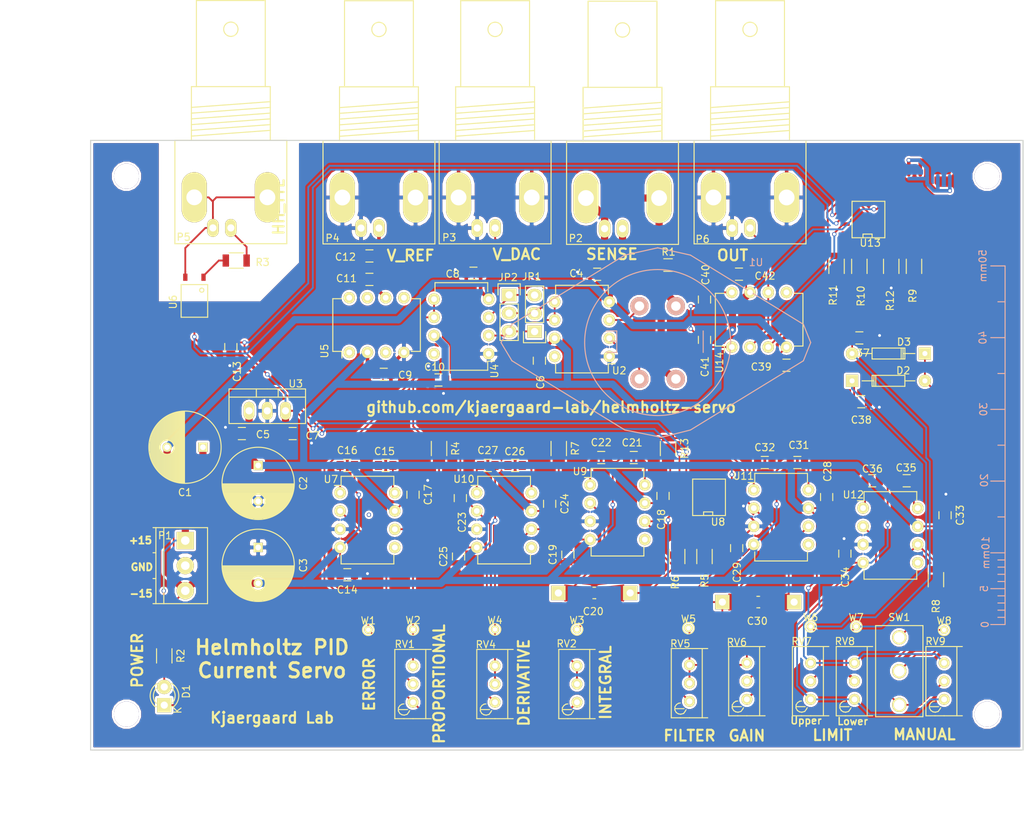
<source format=kicad_pcb>
(kicad_pcb (version 4) (host pcbnew 4.0.2+dfsg1-stable)
  (title_block (title "Helmholtz Current Servo") (date 2016-12-15) (company "Kjaergaard Lab, University of Otago"))
  (layers (0 F.Cu signal) (31 B.Cu signal) (34 B.Paste user) (35 F.Paste user) (36 B.SilkS user) (37 F.SilkS user) (38 B.Mask user) (39 F.Mask user) (44 Edge.Cuts user))
  (net 0 "")
  (net 1 VDD)
  (net 2 VSS)
  (net 3 GND)
  (net 4 VCC)
  (net 5 "Net-(C11-Pad1)")
  (net 6 "Net-(C15-Pad1)")
  (net 7 "Net-(C16-Pad1)")
  (net 8 "Net-(C20-Pad1)")
  (net 9 "Net-(C20-Pad2)")
  (net 10 "Net-(C21-Pad1)")
  (net 11 "Net-(C22-Pad1)")
  (net 12 "Net-(C23-Pad1)")
  (net 13 /PIDAmps/ERROR)
  (net 14 "Net-(C26-Pad1)")
  (net 15 "Net-(C27-Pad1)")
  (net 16 "Net-(C30-Pad1)")
  (net 17 /OutputConditioning/CTRL_IN)
  (net 18 "Net-(C31-Pad1)")
  (net 19 "Net-(C32-Pad1)")
  (net 20 "Net-(C35-Pad1)")
  (net 21 "Net-(C36-Pad1)")
  (net 22 /OutputConditioning/LLIMIT)
  (net 23 /OutputConditioning/ULIMIT)
  (net 24 "Net-(C40-Pad1)")
  (net 25 "Net-(C41-Pad1)")
  (net 26 "Net-(D1-Pad2)")
  (net 27 "Net-(D2-Pad2)")
  (net 28 "Net-(P2-Pad2)")
  (net 29 "Net-(P2-Pad1)")
  (net 30 "Net-(P5-Pad2)")
  (net 31 "Net-(P5-Pad1)")
  (net 32 /OutputConditioning/SIG_OUT)
  (net 33 "Net-(R3-Pad1)")
  (net 34 "Net-(R4-Pad2)")
  (net 35 "Net-(R5-Pad2)")
  (net 36 "Net-(R6-Pad2)")
  (net 37 "Net-(R7-Pad2)")
  (net 38 "Net-(R8-Pad2)")
  (net 39 "Net-(R12-Pad1)")
  (net 40 "Net-(R10-Pad2)")
  (net 41 "Net-(R10-Pad1)")
  (net 42 "Net-(RV1-Pad2)")
  (net 43 "Net-(RV9-Pad2)")
  (net 44 "Net-(U1-Pad3)")
  (net 45 "Net-(U1-Pad4)")
  (net 46 HH_TTL)
  (net 47 "Net-(U13-Pad1)")
  (net 48 "Net-(JP1-Pad1)")
  (net 49 "Net-(JP1-Pad2)")
  (net 50 "Net-(JP1-Pad3)")
  (net 51 "Net-(JP2-Pad2)")
  (net 52 "Net-(RV6-Pad2)")
  (module Potentiometers:Potentiometer_Bourns_3296W_3-8Zoll_Inline_ScrewUp (layer F.Cu) (at 136.038981 134.688477)
    (fp_text reference RV6 (at -1.4 -7.96) (layer F.SilkS))
    (fp_text value 100K)
    (pad 2 thru_hole circle (at 0 -2.54) (size 1.524 1.524) (drill 0.8128) (layers *.Cu *.Mask F.SilkS) (net 52 "Net-(RV6-Pad2)"))
    (pad 3 thru_hole circle (at 0 -5.08) (size 1.524 1.524) (drill 0.8128) (layers *.Cu *.Mask F.SilkS) (net 16 "Net-(C30-Pad1)"))
    (pad 1 thru_hole circle (at 0 0) (size 1.524 1.524) (drill 0.8128) (layers *.Cu *.Mask F.SilkS) (net 38 "Net-(R8-Pad2)"))
  )
  (module Potentiometers:Potentiometer_Bourns_3296W_3-8Zoll_Inline_ScrewUp (layer F.Cu) (at 144.928981 134.688477)
    (fp_text reference RV7 (at -1.265 -8.085) (layer F.SilkS))
    (fp_text value 2K)
    (pad 2 thru_hole circle (at 0 -2.54) (size 1.524 1.524) (drill 0.8128) (layers *.Cu *.Mask F.SilkS) (net 23 /OutputConditioning/ULIMIT))
    (pad 3 thru_hole circle (at 0 -5.08) (size 1.524 1.524) (drill 0.8128) (layers *.Cu *.Mask F.SilkS) (net 2 VSS))
    (pad 1 thru_hole circle (at 0 0) (size 1.524 1.524) (drill 0.8128) (layers *.Cu *.Mask F.SilkS) (net 1 VDD))
  )
  (module local:VHP4Z (layer B.Cu) (at 126.138981 79.858477 180)
    (fp_text reference U1 (at -11.176 6.096 180) (layer B.SilkS) (effects (justify mirror)))
    (fp_text value VHP4Z)
    (fp_text user I (at -3.81 -5.08 180) (layer B.SilkS) (effects (font (size 3 3)) (justify mirror)))
    (fp_text user E (at 8.89 -5.08 180) (layer B.SilkS) (effects (font (size 3 3)) (justify mirror)))
    (pad 1 thru_hole circle (at 0 0 180) (size 2.54 2.54) (drill 1.3208) (layers *.Cu *.Mask B.SilkS) (net 29 "Net-(P2-Pad1)"))
    (pad 2 thru_hole circle (at 0 -10.16 180) (size 2.54 2.54) (drill 1.3208) (layers *.Cu *.Mask B.SilkS) (net 28 "Net-(P2-Pad2)"))
    (pad 3 thru_hole circle (at 5.08 0 180) (size 2.54 2.54) (drill 1.3208) (layers *.Cu *.Mask B.SilkS) (net 44 "Net-(U1-Pad3)"))
    (pad 4 thru_hole circle (at 5.08 -10.16 180) (size 2.54 2.54) (drill 1.3208) (layers *.Cu *.Mask B.SilkS) (net 45 "Net-(U1-Pad4)"))
  )
  (module Pin_Headers:Pin_Header_Straight_1x03 (layer F.Cu) (at 106.438981 83.408477 180)
    (fp_text reference JP1 (at 0.4 7.655 180) (layer F.SilkS))
    (fp_text value JUMPER3)
    (pad 1 thru_hole rect (at 0 0 180) (size 2.032 1.7272) (drill 1.016) (layers *.Cu *.Mask F.SilkS) (net 48 "Net-(JP1-Pad1)"))
    (pad 2 thru_hole oval (at 0 2.54 180) (size 2.032 1.7272) (drill 1.016) (layers *.Cu *.Mask F.SilkS) (net 49 "Net-(JP1-Pad2)"))
    (pad 3 thru_hole oval (at 0 5.08 180) (size 2.032 1.7272) (drill 1.016) (layers *.Cu *.Mask F.SilkS) (net 50 "Net-(JP1-Pad3)"))
  )
  (module Housings_DIP:DIP-8_W7.62mm (layer F.Cu) (at 116.855981 86.874477 180)
    (fp_text reference U2 (at -1.383 -1.979 180) (layer F.SilkS))
    (fp_text value INA105)
    (pad 1 thru_hole oval (at 0 0 180) (size 1.6 1.6) (drill 0.8) (layers *.Cu *.Mask F.SilkS) (net 3 GND))
    (pad 2 thru_hole oval (at 0 2.54 180) (size 1.6 1.6) (drill 0.8) (layers *.Cu *.Mask F.SilkS) (net 45 "Net-(U1-Pad4)"))
    (pad 3 thru_hole oval (at 0 5.08 180) (size 1.6 1.6) (drill 0.8) (layers *.Cu *.Mask F.SilkS) (net 44 "Net-(U1-Pad3)"))
    (pad 4 thru_hole oval (at 0 7.62 180) (size 1.6 1.6) (drill 0.8) (layers *.Cu *.Mask F.SilkS) (net 2 VSS))
    (pad 5 thru_hole oval (at 7.62 7.62 180) (size 1.6 1.6) (drill 0.8) (layers *.Cu *.Mask F.SilkS) (net 51 "Net-(JP2-Pad2)"))
    (pad 6 thru_hole oval (at 7.62 5.08 180) (size 1.6 1.6) (drill 0.8) (layers *.Cu *.Mask F.SilkS) (net 51 "Net-(JP2-Pad2)"))
    (pad 7 thru_hole oval (at 7.62 2.54 180) (size 1.6 1.6) (drill 0.8) (layers *.Cu *.Mask F.SilkS) (net 1 VDD))
    (pad 8 thru_hole oval (at 7.62 0 180) (size 1.6 1.6) (drill 0.8) (layers *.Cu *.Mask F.SilkS))
  )
  (module SMD_Packages:SOIC-8-N (layer F.Cu) (at 152.988981 67.783477 90)
    (fp_text reference U13 (at -3.27 0.25 180) (layer F.SilkS))
    (fp_text value DG419)
    (pad 8 smd rect (at -1.905 -3.175 90) (size 0.508 1.143) (layers F.Cu F.Paste F.Mask) (net 41 "Net-(R10-Pad1)"))
    (pad 7 smd rect (at -0.635 -3.175 90) (size 0.508 1.143) (layers F.Cu F.Paste F.Mask) (net 2 VSS))
    (pad 6 smd rect (at 0.635 -3.175 90) (size 0.508 1.143) (layers F.Cu F.Paste F.Mask) (net 46 HH_TTL))
    (pad 5 smd rect (at 1.905 -3.175 90) (size 0.508 1.143) (layers F.Cu F.Paste F.Mask) (net 4 VCC))
    (pad 4 smd rect (at 1.905 3.175 90) (size 0.508 1.143) (layers F.Cu F.Paste F.Mask) (net 1 VDD))
    (pad 3 smd rect (at 0.635 3.175 90) (size 0.508 1.143) (layers F.Cu F.Paste F.Mask) (net 3 GND))
    (pad 2 smd rect (at -0.635 3.175 90) (size 0.508 1.143) (layers F.Cu F.Paste F.Mask) (net 39 "Net-(R12-Pad1)"))
    (pad 1 smd rect (at -1.905 3.175 90) (size 0.508 1.143) (layers F.Cu F.Paste F.Mask) (net 47 "Net-(U13-Pad1)"))
  )
  (module Capacitors_SMD:C_0805 (layer F.Cu) (at 115.163981 75.419477 180)
    (fp_text reference C4 (at 2.9 0.116 180) (layer F.SilkS))
    (fp_text value 100n)
    (pad 1 smd rect (at -1 0 180) (size 1 1.25) (layers F.Cu F.Paste F.Mask) (net 2 VSS))
    (pad 2 smd rect (at 1 0 180) (size 1 1.25) (layers F.Cu F.Paste F.Mask) (net 3 GND))
  )
  (module Capacitors_SMD:C_0805 (layer F.Cu) (at 65.628981 97.628477 180)
    (fp_text reference C5 (at -2.935 -0.125 180) (layer F.SilkS))
    (fp_text value 330n)
    (pad 1 smd rect (at -1 0 180) (size 1 1.25) (layers F.Cu F.Paste F.Mask) (net 1 VDD))
    (pad 2 smd rect (at 1 0 180) (size 1 1.25) (layers F.Cu F.Paste F.Mask) (net 3 GND))
  )
  (module Capacitors_SMD:C_0805 (layer F.Cu) (at 107.109981 87.472477 90)
    (fp_text reference C6 (at -3.006 0.154 90) (layer F.SilkS))
    (fp_text value 100n)
    (pad 1 smd rect (at -1 0 90) (size 1 1.25) (layers F.Cu F.Paste F.Mask) (net 3 GND))
    (pad 2 smd rect (at 1 0 90) (size 1 1.25) (layers F.Cu F.Paste F.Mask) (net 1 VDD))
  )
  (module Capacitors_SMD:C_0805 (layer F.Cu) (at 72.708981 97.628477)
    (fp_text reference C7 (at 2.78 0.3) (layer F.SilkS))
    (fp_text value 10n)
    (pad 1 smd rect (at -1 0) (size 1 1.25) (layers F.Cu F.Paste F.Mask) (net 4 VCC))
    (pad 2 smd rect (at 1 0) (size 1 1.25) (layers F.Cu F.Paste F.Mask) (net 3 GND))
  )
  (module Capacitors_SMD:C_0805 (layer F.Cu) (at 97.913981 75.278477)
    (fp_text reference C8 (at -2.9 0.095) (layer F.SilkS))
    (fp_text value 100n)
    (pad 1 smd rect (at -1 0) (size 1 1.25) (layers F.Cu F.Paste F.Mask) (net 3 GND))
    (pad 2 smd rect (at 1 0) (size 1 1.25) (layers F.Cu F.Paste F.Mask) (net 2 VSS))
  )
  (module Capacitors_SMD:C_0805 (layer F.Cu) (at 85.408981 89.373477)
    (fp_text reference C9 (at 2.98 0.105) (layer F.SilkS))
    (fp_text value 2.2u)
    (pad 1 smd rect (at -1 0) (size 1 1.25) (layers F.Cu F.Paste F.Mask) (net 1 VDD))
    (pad 2 smd rect (at 1 0) (size 1 1.25) (layers F.Cu F.Paste F.Mask) (net 3 GND))
  )
  (module Capacitors_SMD:C_0805 (layer F.Cu) (at 93.038981 90.153477)
    (fp_text reference C10 (at -0.537 -1.803) (layer F.SilkS))
    (fp_text value 100n)
    (pad 1 smd rect (at -1 0) (size 1 1.25) (layers F.Cu F.Paste F.Mask) (net 3 GND))
    (pad 2 smd rect (at 1 0) (size 1 1.25) (layers F.Cu F.Paste F.Mask) (net 1 VDD))
  )
  (module Capacitors_SMD:C_0805 (layer F.Cu) (at 83.408981 76.133477 180)
    (fp_text reference C11 (at 3.195 0.13 180) (layer F.SilkS))
    (fp_text value 2.2u)
    (pad 1 smd rect (at -1 0 180) (size 1 1.25) (layers F.Cu F.Paste F.Mask) (net 5 "Net-(C11-Pad1)"))
    (pad 2 smd rect (at 1 0 180) (size 1 1.25) (layers F.Cu F.Paste F.Mask) (net 3 GND))
  )
  (module Capacitors_SMD:C_0805 (layer F.Cu) (at 83.408981 72.863477 180)
    (fp_text reference C12 (at 3.345 -0.14 180) (layer F.SilkS))
    (fp_text value 100n)
    (pad 1 smd rect (at -1 0 180) (size 1 1.25) (layers F.Cu F.Paste F.Mask) (net 5 "Net-(C11-Pad1)"))
    (pad 2 smd rect (at 1 0 180) (size 1 1.25) (layers F.Cu F.Paste F.Mask) (net 3 GND))
  )
  (module Capacitors_SMD:C_0805 (layer F.Cu) (at 64.088981 85.563477 270)
    (fp_text reference C13 (at 3.415 -0.875 270) (layer F.SilkS))
    (fp_text value 100n)
    (pad 1 smd rect (at -1 0 270) (size 1 1.25) (layers F.Cu F.Paste F.Mask) (net 4 VCC))
    (pad 2 smd rect (at 1 0 270) (size 1 1.25) (layers F.Cu F.Paste F.Mask) (net 3 GND))
  )
  (module Capacitors_SMD:C_0805 (layer F.Cu) (at 80.328981 117.313477 180)
    (fp_text reference C14 (at 0 -2.1 180) (layer F.SilkS))
    (fp_text value 100n)
    (pad 1 smd rect (at -1 0 180) (size 1 1.25) (layers F.Cu F.Paste F.Mask) (net 3 GND))
    (pad 2 smd rect (at 1 0 180) (size 1 1.25) (layers F.Cu F.Paste F.Mask) (net 2 VSS))
  )
  (module Capacitors_SMD:C_0805 (layer F.Cu) (at 85.678981 102.073477 180)
    (fp_text reference C15 (at 0.165 1.97 180) (layer F.SilkS))
    (fp_text value 100n)
    (pad 1 smd rect (at -1 0 180) (size 1 1.25) (layers F.Cu F.Paste F.Mask) (net 6 "Net-(C15-Pad1)"))
    (pad 2 smd rect (at 1 0 180) (size 1 1.25) (layers F.Cu F.Paste F.Mask) (net 2 VSS))
  )
  (module Capacitors_SMD:C_0805 (layer F.Cu) (at 80.328981 102.073477)
    (fp_text reference C16 (at 0 -2.1) (layer F.SilkS))
    (fp_text value 100n)
    (pad 1 smd rect (at -1 0) (size 1 1.25) (layers F.Cu F.Paste F.Mask) (net 7 "Net-(C16-Pad1)"))
    (pad 2 smd rect (at 1 0) (size 1 1.25) (layers F.Cu F.Paste F.Mask) (net 2 VSS))
  )
  (module Capacitors_SMD:C_0805 (layer F.Cu) (at 89.488981 106.153477 270)
    (fp_text reference C17 (at 0 -2.1 270) (layer F.SilkS))
    (fp_text value 100n)
    (pad 1 smd rect (at -1 0 270) (size 1 1.25) (layers F.Cu F.Paste F.Mask) (net 3 GND))
    (pad 2 smd rect (at 1 0 270) (size 1 1.25) (layers F.Cu F.Paste F.Mask) (net 1 VDD))
  )
  (module Capacitors_SMD:C_0805 (layer F.Cu) (at 124.347766 106.321892 270)
    (fp_text reference C18 (at 3.281585 0.233785 270) (layer F.SilkS))
    (fp_text value 100n)
    (pad 1 smd rect (at -1 0 270) (size 1 1.25) (layers F.Cu F.Paste F.Mask) (net 3 GND))
    (pad 2 smd rect (at 1 0 270) (size 1 1.25) (layers F.Cu F.Paste F.Mask) (net 1 VDD))
  )
  (module Capacitors_SMD:C_0805 (layer F.Cu) (at 111.078981 114.503477 90)
    (fp_text reference C19 (at 0 -2.1 90) (layer F.SilkS))
    (fp_text value 100n)
    (pad 1 smd rect (at -1 0 90) (size 1 1.25) (layers F.Cu F.Paste F.Mask) (net 3 GND))
    (pad 2 smd rect (at 1 0 90) (size 1 1.25) (layers F.Cu F.Paste F.Mask) (net 2 VSS))
  )
  (module Capacitors_SMD:C_0805 (layer F.Cu) (at 120.267766 100.971892 180)
    (fp_text reference C21 (at 0.228785 2.068415 180) (layer F.SilkS))
    (fp_text value 100n)
    (pad 1 smd rect (at -1 0 180) (size 1 1.25) (layers F.Cu F.Paste F.Mask) (net 10 "Net-(C21-Pad1)"))
    (pad 2 smd rect (at 1 0 180) (size 1 1.25) (layers F.Cu F.Paste F.Mask) (net 2 VSS))
  )
  (module Capacitors_SMD:C_0805 (layer F.Cu) (at 115.727766 100.971892)
    (fp_text reference C22 (at 0 -2.1) (layer F.SilkS))
    (fp_text value 100n)
    (pad 1 smd rect (at -1 0) (size 1 1.25) (layers F.Cu F.Paste F.Mask) (net 11 "Net-(C22-Pad1)"))
    (pad 2 smd rect (at 1 0) (size 1 1.25) (layers F.Cu F.Paste F.Mask) (net 2 VSS))
  )
  (module Capacitors_SMD:C_0805 (layer F.Cu) (at 96.088981 106.628477 90)
    (fp_text reference C23 (at -3.375 0.25 90) (layer F.SilkS))
    (fp_text value 100n)
    (pad 1 smd rect (at -1 0 90) (size 1 1.25) (layers F.Cu F.Paste F.Mask) (net 12 "Net-(C23-Pad1)"))
    (pad 2 smd rect (at 1 0 90) (size 1 1.25) (layers F.Cu F.Paste F.Mask) (net 13 /PIDAmps/ERROR))
  )
  (module Capacitors_SMD:C_0805 (layer F.Cu) (at 108.538981 107.423477 270)
    (fp_text reference C24 (at 0 -2.1 270) (layer F.SilkS))
    (fp_text value 100n)
    (pad 1 smd rect (at -1 0 270) (size 1 1.25) (layers F.Cu F.Paste F.Mask) (net 3 GND))
    (pad 2 smd rect (at 1 0 270) (size 1 1.25) (layers F.Cu F.Paste F.Mask) (net 1 VDD))
  )
  (module Capacitors_SMD:C_0805 (layer F.Cu) (at 95.838981 114.773477 90)
    (fp_text reference C25 (at 0 -2.1 90) (layer F.SilkS))
    (fp_text value 100n)
    (pad 1 smd rect (at -1 0 90) (size 1 1.25) (layers F.Cu F.Paste F.Mask) (net 3 GND))
    (pad 2 smd rect (at 1 0 90) (size 1 1.25) (layers F.Cu F.Paste F.Mask) (net 2 VSS))
  )
  (module Capacitors_SMD:C_0805 (layer F.Cu) (at 103.728981 102.073477 180)
    (fp_text reference C26 (at 0.04 1.945 180) (layer F.SilkS))
    (fp_text value 100n)
    (pad 1 smd rect (at -1 0 180) (size 1 1.25) (layers F.Cu F.Paste F.Mask) (net 14 "Net-(C26-Pad1)"))
    (pad 2 smd rect (at 1 0 180) (size 1 1.25) (layers F.Cu F.Paste F.Mask) (net 2 VSS))
  )
  (module Capacitors_SMD:C_0805 (layer F.Cu) (at 99.918981 102.073477)
    (fp_text reference C27 (at 0 -2.1) (layer F.SilkS))
    (fp_text value 100n)
    (pad 1 smd rect (at -1 0) (size 1 1.25) (layers F.Cu F.Paste F.Mask) (net 15 "Net-(C27-Pad1)"))
    (pad 2 smd rect (at 1 0) (size 1 1.25) (layers F.Cu F.Paste F.Mask) (net 2 VSS))
  )
  (module Capacitors_SMD:C_0805 (layer F.Cu) (at 147.158981 106.478477 270)
    (fp_text reference C28 (at -3.575 -0.13 270) (layer F.SilkS))
    (fp_text value 100n)
    (pad 1 smd rect (at -1 0 270) (size 1 1.25) (layers F.Cu F.Paste F.Mask) (net 3 GND))
    (pad 2 smd rect (at 1 0 270) (size 1 1.25) (layers F.Cu F.Paste F.Mask) (net 1 VDD))
  )
  (module Capacitors_SMD:C_0805 (layer F.Cu) (at 134.613981 113.603477 270)
    (fp_text reference C29 (at 3.38 -0.055 270) (layer F.SilkS))
    (fp_text value 100n)
    (pad 1 smd rect (at -1 0 270) (size 1 1.25) (layers F.Cu F.Paste F.Mask) (net 3 GND))
    (pad 2 smd rect (at 1 0 270) (size 1 1.25) (layers F.Cu F.Paste F.Mask) (net 2 VSS))
  )
  (module Capacitors_SMD:C_0805 (layer F.Cu) (at 143.078981 101.668477 180)
    (fp_text reference C31 (at -0.21 2.415 180) (layer F.SilkS))
    (fp_text value 100n)
    (pad 1 smd rect (at -1 0 180) (size 1 1.25) (layers F.Cu F.Paste F.Mask) (net 18 "Net-(C31-Pad1)"))
    (pad 2 smd rect (at 1 0 180) (size 1 1.25) (layers F.Cu F.Paste F.Mask) (net 2 VSS))
  )
  (module Capacitors_SMD:C_0805 (layer F.Cu) (at 138.538981 101.668477)
    (fp_text reference C32 (at 0 -2.1) (layer F.SilkS))
    (fp_text value 100n)
    (pad 1 smd rect (at -1 0) (size 1 1.25) (layers F.Cu F.Paste F.Mask) (net 19 "Net-(C32-Pad1)"))
    (pad 2 smd rect (at 1 0) (size 1 1.25) (layers F.Cu F.Paste F.Mask) (net 2 VSS))
  )
  (module Capacitors_SMD:C_0805 (layer F.Cu) (at 163.668981 109.018477 270)
    (fp_text reference C33 (at 0 -2.1 270) (layer F.SilkS))
    (fp_text value 100n)
    (pad 1 smd rect (at -1 0 270) (size 1 1.25) (layers F.Cu F.Paste F.Mask) (net 3 GND))
    (pad 2 smd rect (at 1 0 270) (size 1 1.25) (layers F.Cu F.Paste F.Mask) (net 1 VDD))
  )
  (module Capacitors_SMD:C_0805 (layer F.Cu) (at 149.698981 114.368477 270)
    (fp_text reference C34 (at 3.285 -0.065 270) (layer F.SilkS))
    (fp_text value 100n)
    (pad 1 smd rect (at -1 0 270) (size 1 1.25) (layers F.Cu F.Paste F.Mask) (net 3 GND))
    (pad 2 smd rect (at 1 0 270) (size 1 1.25) (layers F.Cu F.Paste F.Mask) (net 2 VSS))
  )
  (module Capacitors_SMD:C_0805 (layer F.Cu) (at 158.318981 104.208477 180)
    (fp_text reference C35 (at 0.08 1.805 180) (layer F.SilkS))
    (fp_text value 100n)
    (pad 1 smd rect (at -1 0 180) (size 1 1.25) (layers F.Cu F.Paste F.Mask) (net 20 "Net-(C35-Pad1)"))
    (pad 2 smd rect (at 1 0 180) (size 1 1.25) (layers F.Cu F.Paste F.Mask) (net 2 VSS))
  )
  (module Capacitors_SMD:C_0805 (layer F.Cu) (at 153.508981 104.208477)
    (fp_text reference C36 (at 0.03 -1.655) (layer F.SilkS))
    (fp_text value 100n)
    (pad 1 smd rect (at -1 0) (size 1 1.25) (layers F.Cu F.Paste F.Mask) (net 21 "Net-(C36-Pad1)"))
    (pad 2 smd rect (at 1 0) (size 1 1.25) (layers F.Cu F.Paste F.Mask) (net 2 VSS))
  )
  (module Capacitors_SMD:C_0805 (layer F.Cu) (at 151.718981 84.293477 180)
    (fp_text reference C37 (at 0 -2.1 180) (layer F.SilkS))
    (fp_text value 100n)
    (pad 1 smd rect (at -1 0 180) (size 1 1.25) (layers F.Cu F.Paste F.Mask) (net 3 GND))
    (pad 2 smd rect (at 1 0 180) (size 1 1.25) (layers F.Cu F.Paste F.Mask) (net 22 /OutputConditioning/LLIMIT))
  )
  (module Capacitors_SMD:C_0805 (layer F.Cu) (at 151.988981 93.183477 180)
    (fp_text reference C38 (at 0 -2.54 180) (layer F.SilkS))
    (fp_text value 100n)
    (pad 1 smd rect (at -1 0 180) (size 1 1.25) (layers F.Cu F.Paste F.Mask) (net 3 GND))
    (pad 2 smd rect (at 1 0 180) (size 1 1.25) (layers F.Cu F.Paste F.Mask) (net 23 /OutputConditioning/ULIMIT))
  )
  (module Capacitors_SMD:C_0805 (layer F.Cu) (at 141.558981 88.103477)
    (fp_text reference C39 (at -3.52 0.225) (layer F.SilkS))
    (fp_text value 100n)
    (pad 1 smd rect (at -1 0) (size 1 1.25) (layers F.Cu F.Paste F.Mask) (net 2 VSS))
    (pad 2 smd rect (at 1 0) (size 1 1.25) (layers F.Cu F.Paste F.Mask) (net 3 GND))
  )
  (module Capacitors_SMD:C_0805 (layer F.Cu) (at 130.128981 78.943477 270)
    (fp_text reference C40 (at -3.465 -0.16 270) (layer F.SilkS))
    (fp_text value 100n)
    (pad 1 smd rect (at -1 0 270) (size 1 1.25) (layers F.Cu F.Paste F.Mask) (net 24 "Net-(C40-Pad1)"))
    (pad 2 smd rect (at 1 0 270) (size 1 1.25) (layers F.Cu F.Paste F.Mask) (net 2 VSS))
  )
  (module Capacitors_SMD:C_0805 (layer F.Cu) (at 130.128981 84.563477 90)
    (fp_text reference C41 (at -3.74 0.06 90) (layer F.SilkS))
    (fp_text value 100n)
    (pad 1 smd rect (at -1 0 90) (size 1 1.25) (layers F.Cu F.Paste F.Mask) (net 25 "Net-(C41-Pad1)"))
    (pad 2 smd rect (at 1 0 90) (size 1 1.25) (layers F.Cu F.Paste F.Mask) (net 2 VSS))
  )
  (module Capacitors_SMD:C_0805 (layer F.Cu) (at 134.938981 75.403477)
    (fp_text reference C42 (at 3.625 0.25) (layer F.SilkS))
    (fp_text value 100n)
    (pad 1 smd rect (at -1 0) (size 1 1.25) (layers F.Cu F.Paste F.Mask) (net 3 GND))
    (pad 2 smd rect (at 1 0) (size 1 1.25) (layers F.Cu F.Paste F.Mask) (net 1 VDD))
  )
  (module LEDs:LED-3MM (layer F.Cu) (at 54.805981 135.497477 90)
    (fp_text reference D1 (at 1.91 3.06 90) (layer F.SilkS))
    (fp_text value LED)
    (fp_text user K (at -0.706 1.883 90) (layer F.SilkS))
    (pad 1 thru_hole rect (at 0 0 180) (size 2 2) (drill 1.00076) (layers *.Cu *.Mask F.SilkS) (net 2 VSS))
    (pad 2 thru_hole circle (at 2.54 0 90) (size 2 2) (drill 1.00076) (layers *.Cu *.Mask F.SilkS) (net 26 "Net-(D1-Pad2)"))
  )
  (module Diodes_ThroughHole:Diode_DO-35_SOD27_Horizontal_RM10 (layer F.Cu) (at 150.700578 90.278834)
    (fp_text reference D2 (at 7.138403 -1.425357) (layer F.SilkS))
    (fp_text value D)
    (pad 2 thru_hole circle (at 10.16052 -0.00254 180) (size 1.69926 1.69926) (drill 0.70104) (layers *.Cu *.Mask F.SilkS) (net 27 "Net-(D2-Pad2)"))
    (pad 1 thru_hole rect (at 0.00052 -0.00254 180) (size 1.69926 1.69926) (drill 0.70104) (layers *.Cu *.Mask F.SilkS) (net 23 /OutputConditioning/ULIMIT))
  )
  (module Diodes_ThroughHole:Diode_DO-35_SOD27_Horizontal_RM10 (layer F.Cu) (at 160.861098 86.466294 180)
    (fp_text reference D3 (at 2.922117 1.612817 180) (layer F.SilkS))
    (fp_text value D)
    (pad 2 thru_hole circle (at 10.16052 -0.00254) (size 1.69926 1.69926) (drill 0.70104) (layers *.Cu *.Mask F.SilkS) (net 22 /OutputConditioning/LLIMIT))
    (pad 1 thru_hole rect (at 0.00052 -0.00254) (size 1.69926 1.69926) (drill 0.70104) (layers *.Cu *.Mask F.SilkS) (net 27 "Net-(D2-Pad2)"))
  )
  (module Terminal_Blocks:TerminalBlock_Pheonix_PT-3.5mm_3pol (layer F.Cu) (at 57.738981 112.543477 270)
    (fp_text reference P1 (at -0.69 2.825 360) (layer F.SilkS))
    (fp_text value POWER)
    (pad 2 thru_hole circle (at 3.5 0 270) (size 2.4 2.4) (drill 1.2) (layers *.Cu *.Mask F.SilkS) (net 3 GND))
    (pad 3 thru_hole circle (at 7 0 270) (size 2.4 2.4) (drill 1.2) (layers *.Cu *.Mask F.SilkS) (net 2 VSS))
    (pad 1 thru_hole rect (at 0 0 270) (size 2.4 2.4) (drill 1.2) (layers *.Cu *.Mask F.SilkS) (net 1 VDD))
  )
  (module Sockets_BNC:BNC_Socket_TYCO-AMP_LargePads (layer F.Cu) (at 118.698981 64.052217)
    (fp_text reference P2 (at -6.51 6.35126) (layer F.SilkS))
    (fp_text value SENSE)
    (pad 2 thru_hole oval (at -5.09778 0.7366) (size 3.50012 7.00024) (drill 2.19964) (layers *.Cu *.Mask F.SilkS) (net 28 "Net-(P2-Pad2)"))
    (pad 2 thru_hole oval (at 5.10032 0.7366) (size 3.50012 7.00024) (drill 2.19964) (layers *.Cu *.Mask F.SilkS) (net 28 "Net-(P2-Pad2)"))
    (pad 1 thru_hole oval (at 0 5.00126) (size 1.6002 2.49936) (drill 1.00076) (layers *.Cu *.Mask F.SilkS) (net 29 "Net-(P2-Pad1)"))
    (pad 2 thru_hole oval (at -2.49936 5.00126) (size 1.6002 2.49936) (drill 1.00076) (layers *.Cu *.Mask F.SilkS) (net 28 "Net-(P2-Pad2)"))
  )
  (module Sockets_BNC:BNC_Socket_TYCO-AMP_LargePads (layer F.Cu) (at 100.936761 63.973477)
    (fp_text reference P3 (at -6.39778 6.33 180) (layer F.SilkS))
    (fp_text value V_DAC)
    (pad 2 thru_hole oval (at -5.09778 0.7366) (size 3.50012 7.00024) (drill 2.19964) (layers *.Cu *.Mask F.SilkS) (net 3 GND))
    (pad 2 thru_hole oval (at 5.10032 0.7366) (size 3.50012 7.00024) (drill 2.19964) (layers *.Cu *.Mask F.SilkS) (net 3 GND))
    (pad 1 thru_hole oval (at 0 5.00126) (size 1.6002 2.49936) (drill 1.00076) (layers *.Cu *.Mask F.SilkS) (net 49 "Net-(JP1-Pad2)"))
    (pad 2 thru_hole oval (at -2.49936 5.00126) (size 1.6002 2.49936) (drill 1.00076) (layers *.Cu *.Mask F.SilkS) (net 3 GND))
  )
  (module Sockets_BNC:BNC_Socket_TYCO-AMP_LargePads (layer F.Cu) (at 84.739374 63.981982)
    (fp_text reference P4 (at -6.475393 6.396495 180) (layer F.SilkS))
    (fp_text value VREF)
    (pad 2 thru_hole oval (at -5.09778 0.7366) (size 3.50012 7.00024) (drill 2.19964) (layers *.Cu *.Mask F.SilkS) (net 3 GND))
    (pad 2 thru_hole oval (at 5.10032 0.7366) (size 3.50012 7.00024) (drill 2.19964) (layers *.Cu *.Mask F.SilkS) (net 3 GND))
    (pad 1 thru_hole oval (at 0 5.00126) (size 1.6002 2.49936) (drill 1.00076) (layers *.Cu *.Mask F.SilkS) (net 5 "Net-(C11-Pad1)"))
    (pad 2 thru_hole oval (at -2.49936 5.00126) (size 1.6002 2.49936) (drill 1.00076) (layers *.Cu *.Mask F.SilkS) (net 3 GND))
  )
  (module Sockets_BNC:BNC_Socket_TYCO-AMP_LargePads (layer F.Cu) (at 64.088981 63.953477)
    (fp_text reference P5 (at -6.585 6.28) (layer F.SilkS))
    (fp_text value HH_IN)
    (pad 2 thru_hole oval (at -5.09778 0.7366) (size 3.50012 7.00024) (drill 2.19964) (layers *.Cu *.Mask F.SilkS) (net 30 "Net-(P5-Pad2)"))
    (pad 2 thru_hole oval (at 5.10032 0.7366) (size 3.50012 7.00024) (drill 2.19964) (layers *.Cu *.Mask F.SilkS) (net 30 "Net-(P5-Pad2)"))
    (pad 1 thru_hole oval (at 0 5.00126) (size 1.6002 2.49936) (drill 1.00076) (layers *.Cu *.Mask F.SilkS) (net 31 "Net-(P5-Pad1)"))
    (pad 2 thru_hole oval (at -2.49936 5.00126) (size 1.6002 2.49936) (drill 1.00076) (layers *.Cu *.Mask F.SilkS) (net 30 "Net-(P5-Pad2)"))
  )
  (module Sockets_BNC:BNC_Socket_TYCO-AMP_LargePads (layer F.Cu) (at 136.478981 63.973477)
    (fp_text reference P6 (at -6.615 6.555 180) (layer F.SilkS))
    (fp_text value OUT)
    (pad 2 thru_hole oval (at -5.09778 0.7366) (size 3.50012 7.00024) (drill 2.19964) (layers *.Cu *.Mask F.SilkS) (net 3 GND))
    (pad 2 thru_hole oval (at 5.10032 0.7366) (size 3.50012 7.00024) (drill 2.19964) (layers *.Cu *.Mask F.SilkS) (net 3 GND))
    (pad 1 thru_hole oval (at 0 5.00126) (size 1.6002 2.49936) (drill 1.00076) (layers *.Cu *.Mask F.SilkS) (net 32 /OutputConditioning/SIG_OUT))
    (pad 2 thru_hole oval (at -2.49936 5.00126) (size 1.6002 2.49936) (drill 1.00076) (layers *.Cu *.Mask F.SilkS) (net 3 GND))
  )
  (module Resistors_SMD:R_0805 (layer F.Cu) (at 125.048981 74.133477)
    (fp_text reference R1 (at 0.065 -1.83) (layer F.SilkS))
    (fp_text value 0R)
    (pad 1 smd rect (at -0.95 0) (size 0.7 1.3) (layers F.Cu F.Paste F.Mask) (net 28 "Net-(P2-Pad2)"))
    (pad 2 smd rect (at 0.95 0) (size 0.7 1.3) (layers F.Cu F.Paste F.Mask) (net 3 GND))
  )
  (module Resistors_SMD:R_1206 (layer F.Cu) (at 54.805981 128.624477 270)
    (fp_text reference R2 (at 0 -2.3 270) (layer F.SilkS))
    (fp_text value 1K2)
    (pad 1 smd rect (at -1.45 0 270) (size 0.9 1.7) (layers F.Cu F.Paste F.Mask) (net 1 VDD))
    (pad 2 smd rect (at 1.45 0 270) (size 0.9 1.7) (layers F.Cu F.Paste F.Mask) (net 26 "Net-(D1-Pad2)"))
  )
  (module Resistors_SMD:R_1206 (layer F.Cu) (at 64.838981 73.503477)
    (fp_text reference R3 (at 3.675 0.245) (layer F.SilkS))
    (fp_text value 330)
    (pad 1 smd rect (at -1.45 0) (size 0.9 1.7) (layers F.Cu F.Paste F.Mask) (net 33 "Net-(R3-Pad1)"))
    (pad 2 smd rect (at 1.45 0) (size 0.9 1.7) (layers F.Cu F.Paste F.Mask) (net 31 "Net-(P5-Pad1)"))
  )
  (module Resistors_SMD:R_1206 (layer F.Cu) (at 93.118981 99.713477 270)
    (fp_text reference R4 (at 0 -2.3 270) (layer F.SilkS))
    (fp_text value 10K)
    (pad 1 smd rect (at -1.45 0 270) (size 0.9 1.7) (layers F.Cu F.Paste F.Mask) (net 17 /OutputConditioning/CTRL_IN))
    (pad 2 smd rect (at 1.45 0 270) (size 0.9 1.7) (layers F.Cu F.Paste F.Mask) (net 34 "Net-(R4-Pad2)"))
  )
  (module Resistors_SMD:R_1206 (layer F.Cu) (at 130.128981 114.773477 90)
    (fp_text reference R5 (at -3.38 0.035 90) (layer F.SilkS))
    (fp_text value DNP)
    (pad 1 smd rect (at -1.45 0 90) (size 0.9 1.7) (layers F.Cu F.Paste F.Mask) (net 8 "Net-(C20-Pad1)"))
    (pad 2 smd rect (at 1.45 0 90) (size 0.9 1.7) (layers F.Cu F.Paste F.Mask) (net 35 "Net-(R5-Pad2)"))
  )
  (module Resistors_SMD:R_1206 (layer F.Cu) (at 126.318981 114.773477 90)
    (fp_text reference R6 (at -3.605 -0.28 90) (layer F.SilkS))
    (fp_text value 3K3)
    (pad 1 smd rect (at -1.45 0 90) (size 0.9 1.7) (layers F.Cu F.Paste F.Mask) (net 8 "Net-(C20-Pad1)"))
    (pad 2 smd rect (at 1.45 0 90) (size 0.9 1.7) (layers F.Cu F.Paste F.Mask) (net 36 "Net-(R6-Pad2)"))
  )
  (module Resistors_SMD:R_1206 (layer F.Cu) (at 109.808981 99.713477 270)
    (fp_text reference R7 (at 0 -2.3 270) (layer F.SilkS))
    (fp_text value 10K)
    (pad 1 smd rect (at -1.45 0 270) (size 0.9 1.7) (layers F.Cu F.Paste F.Mask) (net 17 /OutputConditioning/CTRL_IN))
    (pad 2 smd rect (at 1.45 0 270) (size 0.9 1.7) (layers F.Cu F.Paste F.Mask) (net 37 "Net-(R7-Pad2)"))
  )
  (module Resistors_SMD:R_1206 (layer F.Cu) (at 162.398981 117.998477 90)
    (fp_text reference R8 (at -3.705 0.015 90) (layer F.SilkS))
    (fp_text value 51K)
    (pad 1 smd rect (at -1.45 0 90) (size 0.9 1.7) (layers F.Cu F.Paste F.Mask) (net 27 "Net-(D2-Pad2)"))
    (pad 2 smd rect (at 1.45 0 90) (size 0.9 1.7) (layers F.Cu F.Paste F.Mask) (net 38 "Net-(R8-Pad2)"))
  )
  (module Resistors_SMD:R_1206 (layer F.Cu) (at 159.338981 74.313477 270)
    (fp_text reference R9 (at 4.115 0.175 270) (layer F.SilkS))
    (fp_text value 50)
    (pad 1 smd rect (at -1.45 0 270) (size 0.9 1.7) (layers F.Cu F.Paste F.Mask) (net 39 "Net-(R12-Pad1)"))
    (pad 2 smd rect (at 1.45 0 270) (size 0.9 1.7) (layers F.Cu F.Paste F.Mask) (net 40 "Net-(R10-Pad2)"))
  )
  (module Resistors_SMD:R_1206 (layer F.Cu) (at 151.718981 74.313477 270)
    (fp_text reference R10 (at 4.14 -0.22 270) (layer F.SilkS))
    (fp_text value DNP)
    (pad 1 smd rect (at -1.45 0 270) (size 0.9 1.7) (layers F.Cu F.Paste F.Mask) (net 41 "Net-(R10-Pad1)"))
    (pad 2 smd rect (at 1.45 0 270) (size 0.9 1.7) (layers F.Cu F.Paste F.Mask) (net 40 "Net-(R10-Pad2)"))
  )
  (module Resistors_SMD:R_1206 (layer F.Cu) (at 148.543981 74.313477 270)
    (fp_text reference R11 (at 4.015 0.48 270) (layer F.SilkS))
    (fp_text value 50)
    (pad 1 smd rect (at -1.45 0 270) (size 0.9 1.7) (layers F.Cu F.Paste F.Mask) (net 41 "Net-(R10-Pad1)"))
    (pad 2 smd rect (at 1.45 0 270) (size 0.9 1.7) (layers F.Cu F.Paste F.Mask) (net 3 GND))
  )
  (module Resistors_SMD:R_1206 (layer F.Cu) (at 156.163981 74.313477 270)
    (fp_text reference R12 (at 4.79 0.15 270) (layer F.SilkS))
    (fp_text value DNP)
    (pad 1 smd rect (at -1.45 0 270) (size 0.9 1.7) (layers F.Cu F.Paste F.Mask) (net 39 "Net-(R12-Pad1)"))
    (pad 2 smd rect (at 1.45 0 270) (size 0.9 1.7) (layers F.Cu F.Paste F.Mask) (net 3 GND))
  )
  (module Potentiometers:Potentiometer_Bourns_3296W_3-8Zoll_Inline_ScrewUp (layer F.Cu) (at 89.488981 135.093477)
    (fp_text reference RV1 (at -1.15 -8.09 180) (layer F.SilkS))
    (fp_text value 10K)
    (pad 2 thru_hole circle (at 0 -2.54) (size 1.524 1.524) (drill 0.8128) (layers *.Cu *.Mask F.SilkS) (net 42 "Net-(RV1-Pad2)"))
    (pad 3 thru_hole circle (at 0 -5.08) (size 1.524 1.524) (drill 0.8128) (layers *.Cu *.Mask F.SilkS) (net 34 "Net-(R4-Pad2)"))
    (pad 1 thru_hole circle (at 0 0) (size 1.524 1.524) (drill 0.8128) (layers *.Cu *.Mask F.SilkS) (net 13 /PIDAmps/ERROR))
  )
  (module Potentiometers:Potentiometer_Bourns_3296W_3-8Zoll_Inline_ScrewUp (layer F.Cu) (at 112.348981 135.093477)
    (fp_text reference RV2 (at -1.435 -8.165) (layer F.SilkS))
    (fp_text value 10K)
    (pad 2 thru_hole circle (at 0 -2.54) (size 1.524 1.524) (drill 0.8128) (layers *.Cu *.Mask F.SilkS) (net 9 "Net-(C20-Pad2)"))
    (pad 3 thru_hole circle (at 0 -5.08) (size 1.524 1.524) (drill 0.8128) (layers *.Cu *.Mask F.SilkS) (net 9 "Net-(C20-Pad2)"))
    (pad 1 thru_hole circle (at 0 0) (size 1.524 1.524) (drill 0.8128) (layers *.Cu *.Mask F.SilkS) (net 13 /PIDAmps/ERROR))
  )
  (module Potentiometers:Potentiometer_Bourns_3296W_3-8Zoll_Inline_ScrewUp (layer F.Cu) (at 100.918981 135.093477)
    (fp_text reference RV4 (at -1.28 -8.04 180) (layer F.SilkS))
    (fp_text value 10K)
    (pad 2 thru_hole circle (at 0 -2.54) (size 1.524 1.524) (drill 0.8128) (layers *.Cu *.Mask F.SilkS) (net 37 "Net-(R7-Pad2)"))
    (pad 3 thru_hole circle (at 0 -5.08) (size 1.524 1.524) (drill 0.8128) (layers *.Cu *.Mask F.SilkS) (net 37 "Net-(R7-Pad2)"))
    (pad 1 thru_hole circle (at 0 0) (size 1.524 1.524) (drill 0.8128) (layers *.Cu *.Mask F.SilkS) (net 12 "Net-(C23-Pad1)"))
  )
  (module Potentiometers:Potentiometer_Bourns_3296W_3-8Zoll_Inline_ScrewUp (layer F.Cu) (at 128.038981 134.968477)
    (fp_text reference RV5 (at -1.285 -8.035) (layer F.SilkS))
    (fp_text value 10K)
    (pad 2 thru_hole circle (at 0 -2.54) (size 1.524 1.524) (drill 0.8128) (layers *.Cu *.Mask F.SilkS) (net 16 "Net-(C30-Pad1)"))
    (pad 3 thru_hole circle (at 0 -5.08) (size 1.524 1.524) (drill 0.8128) (layers *.Cu *.Mask F.SilkS) (net 16 "Net-(C30-Pad1)"))
    (pad 1 thru_hole circle (at 0 0) (size 1.524 1.524) (drill 0.8128) (layers *.Cu *.Mask F.SilkS) (net 17 /OutputConditioning/CTRL_IN))
  )
  (module Potentiometers:Potentiometer_Bourns_3296W_3-8Zoll_Inline_ScrewUp (layer F.Cu) (at 151.038981 134.688477)
    (fp_text reference RV8 (at -1.34 -8.085) (layer F.SilkS))
    (fp_text value 2K)
    (pad 2 thru_hole circle (at 0 -2.54) (size 1.524 1.524) (drill 0.8128) (layers *.Cu *.Mask F.SilkS) (net 22 /OutputConditioning/LLIMIT))
    (pad 3 thru_hole circle (at 0 -5.08) (size 1.524 1.524) (drill 0.8128) (layers *.Cu *.Mask F.SilkS) (net 2 VSS))
    (pad 1 thru_hole circle (at 0 0) (size 1.524 1.524) (drill 0.8128) (layers *.Cu *.Mask F.SilkS) (net 1 VDD))
  )
  (module Potentiometers:Potentiometer_Bourns_3296W_3-8Zoll_Inline_ScrewUp (layer F.Cu) (at 163.538981 134.688477)
    (fp_text reference RV9 (at -1.195 -8.085) (layer F.SilkS))
    (fp_text value 10K)
    (pad 2 thru_hole circle (at 0 -2.54) (size 1.524 1.524) (drill 0.8128) (layers *.Cu *.Mask F.SilkS) (net 43 "Net-(RV9-Pad2)"))
    (pad 3 thru_hole circle (at 0 -5.08) (size 1.524 1.524) (drill 0.8128) (layers *.Cu *.Mask F.SilkS) (net 2 VSS))
    (pad 1 thru_hole circle (at 0 0) (size 1.524 1.524) (drill 0.8128) (layers *.Cu *.Mask F.SilkS) (net 1 VDD))
  )
  (module TO_SOT_Packages_THT:TO-220_Neutral123_Vertical (layer F.Cu) (at 69.168981 94.453477)
    (fp_text reference U3 (at 3.97 -3.775) (layer F.SilkS))
    (fp_text value 78L05)
    (pad 2 thru_hole oval (at 0 0 90) (size 2.49936 1.50114) (drill 1.00076) (layers *.Cu *.Mask F.SilkS) (net 3 GND))
    (pad 1 thru_hole oval (at -2.54 0 90) (size 2.49936 1.50114) (drill 1.00076) (layers *.Cu *.Mask F.SilkS) (net 1 VDD))
    (pad 3 thru_hole oval (at 2.54 0 90) (size 2.49936 1.50114) (drill 1.00076) (layers *.Cu *.Mask F.SilkS) (net 4 VCC))
  )
  (module Housings_DIP:DIP-8_W7.62mm (layer F.Cu) (at 100.038981 86.503477 180)
    (fp_text reference U4 (at -0.82 -2.41 270) (layer F.SilkS))
    (fp_text value INA105)
    (pad 1 thru_hole oval (at 0 0 180) (size 1.6 1.6) (drill 0.8) (layers *.Cu *.Mask F.SilkS) (net 3 GND))
    (pad 2 thru_hole oval (at 0 2.54 180) (size 1.6 1.6) (drill 0.8) (layers *.Cu *.Mask F.SilkS) (net 48 "Net-(JP1-Pad1)"))
    (pad 3 thru_hole oval (at 0 5.08 180) (size 1.6 1.6) (drill 0.8) (layers *.Cu *.Mask F.SilkS) (net 50 "Net-(JP1-Pad3)"))
    (pad 4 thru_hole oval (at 0 7.62 180) (size 1.6 1.6) (drill 0.8) (layers *.Cu *.Mask F.SilkS) (net 2 VSS))
    (pad 5 thru_hole oval (at 7.62 7.62 180) (size 1.6 1.6) (drill 0.8) (layers *.Cu *.Mask F.SilkS) (net 13 /PIDAmps/ERROR))
    (pad 6 thru_hole oval (at 7.62 5.08 180) (size 1.6 1.6) (drill 0.8) (layers *.Cu *.Mask F.SilkS) (net 13 /PIDAmps/ERROR))
    (pad 7 thru_hole oval (at 7.62 2.54 180) (size 1.6 1.6) (drill 0.8) (layers *.Cu *.Mask F.SilkS) (net 1 VDD))
    (pad 8 thru_hole oval (at 7.62 0 180) (size 1.6 1.6) (drill 0.8) (layers *.Cu *.Mask F.SilkS))
  )
  (module Housings_DIP:DIP-8_W7.62mm (layer F.Cu) (at 79.328981 105.883477)
    (fp_text reference U7 (at -1.29 -1.88) (layer F.SilkS))
    (fp_text value TC7650)
    (pad 1 thru_hole oval (at 0 0) (size 1.6 1.6) (drill 0.8) (layers *.Cu *.Mask F.SilkS) (net 7 "Net-(C16-Pad1)"))
    (pad 2 thru_hole oval (at 0 2.54) (size 1.6 1.6) (drill 0.8) (layers *.Cu *.Mask F.SilkS) (net 42 "Net-(RV1-Pad2)"))
    (pad 3 thru_hole oval (at 0 5.08) (size 1.6 1.6) (drill 0.8) (layers *.Cu *.Mask F.SilkS) (net 3 GND))
    (pad 4 thru_hole oval (at 0 7.62) (size 1.6 1.6) (drill 0.8) (layers *.Cu *.Mask F.SilkS) (net 2 VSS))
    (pad 5 thru_hole oval (at 7.62 7.62) (size 1.6 1.6) (drill 0.8) (layers *.Cu *.Mask F.SilkS))
    (pad 6 thru_hole oval (at 7.62 5.08) (size 1.6 1.6) (drill 0.8) (layers *.Cu *.Mask F.SilkS) (net 34 "Net-(R4-Pad2)"))
    (pad 7 thru_hole oval (at 7.62 2.54) (size 1.6 1.6) (drill 0.8) (layers *.Cu *.Mask F.SilkS) (net 1 VDD))
    (pad 8 thru_hole oval (at 7.62 0) (size 1.6 1.6) (drill 0.8) (layers *.Cu *.Mask F.SilkS) (net 6 "Net-(C15-Pad1)"))
  )
  (module SMD_Packages:SOIC-8-N (layer F.Cu) (at 130.763981 106.518477 90)
    (fp_text reference U8 (at -3.435 1.25 180) (layer F.SilkS))
    (fp_text value DG419)
    (pad 8 smd rect (at -1.905 -3.175 90) (size 0.508 1.143) (layers F.Cu F.Paste F.Mask) (net 36 "Net-(R6-Pad2)"))
    (pad 7 smd rect (at -0.635 -3.175 90) (size 0.508 1.143) (layers F.Cu F.Paste F.Mask) (net 2 VSS))
    (pad 6 smd rect (at 0.635 -3.175 90) (size 0.508 1.143) (layers F.Cu F.Paste F.Mask) (net 46 HH_TTL))
    (pad 5 smd rect (at 1.905 -3.175 90) (size 0.508 1.143) (layers F.Cu F.Paste F.Mask) (net 4 VCC))
    (pad 4 smd rect (at 1.905 3.175 90) (size 0.508 1.143) (layers F.Cu F.Paste F.Mask) (net 1 VDD))
    (pad 3 smd rect (at 0.635 3.175 90) (size 0.508 1.143) (layers F.Cu F.Paste F.Mask) (net 3 GND))
    (pad 2 smd rect (at -0.635 3.175 90) (size 0.508 1.143) (layers F.Cu F.Paste F.Mask) (net 35 "Net-(R5-Pad2)"))
    (pad 1 smd rect (at -1.905 3.175 90) (size 0.508 1.143) (layers F.Cu F.Paste F.Mask) (net 9 "Net-(C20-Pad2)"))
  )
  (module Housings_DIP:DIP-8_W7.62mm (layer F.Cu) (at 114.187766 104.781892)
    (fp_text reference U9 (at -1.423785 -1.878415) (layer F.SilkS))
    (fp_text value TC7650)
    (pad 1 thru_hole oval (at 0 0) (size 1.6 1.6) (drill 0.8) (layers *.Cu *.Mask F.SilkS) (net 11 "Net-(C22-Pad1)"))
    (pad 2 thru_hole oval (at 0 2.54) (size 1.6 1.6) (drill 0.8) (layers *.Cu *.Mask F.SilkS) (net 9 "Net-(C20-Pad2)"))
    (pad 3 thru_hole oval (at 0 5.08) (size 1.6 1.6) (drill 0.8) (layers *.Cu *.Mask F.SilkS) (net 3 GND))
    (pad 4 thru_hole oval (at 0 7.62) (size 1.6 1.6) (drill 0.8) (layers *.Cu *.Mask F.SilkS) (net 2 VSS))
    (pad 5 thru_hole oval (at 7.62 7.62) (size 1.6 1.6) (drill 0.8) (layers *.Cu *.Mask F.SilkS))
    (pad 6 thru_hole oval (at 7.62 5.08) (size 1.6 1.6) (drill 0.8) (layers *.Cu *.Mask F.SilkS) (net 8 "Net-(C20-Pad1)"))
    (pad 7 thru_hole oval (at 7.62 2.54) (size 1.6 1.6) (drill 0.8) (layers *.Cu *.Mask F.SilkS) (net 1 VDD))
    (pad 8 thru_hole oval (at 7.62 0) (size 1.6 1.6) (drill 0.8) (layers *.Cu *.Mask F.SilkS) (net 10 "Net-(C21-Pad1)"))
  )
  (module Housings_DIP:DIP-8_W7.62mm (layer F.Cu) (at 98.378981 105.883477)
    (fp_text reference U10 (at -1.79 -1.905) (layer F.SilkS))
    (fp_text value TC7650)
    (pad 1 thru_hole oval (at 0 0) (size 1.6 1.6) (drill 0.8) (layers *.Cu *.Mask F.SilkS) (net 15 "Net-(C27-Pad1)"))
    (pad 2 thru_hole oval (at 0 2.54) (size 1.6 1.6) (drill 0.8) (layers *.Cu *.Mask F.SilkS) (net 12 "Net-(C23-Pad1)"))
    (pad 3 thru_hole oval (at 0 5.08) (size 1.6 1.6) (drill 0.8) (layers *.Cu *.Mask F.SilkS) (net 3 GND))
    (pad 4 thru_hole oval (at 0 7.62) (size 1.6 1.6) (drill 0.8) (layers *.Cu *.Mask F.SilkS) (net 2 VSS))
    (pad 5 thru_hole oval (at 7.62 7.62) (size 1.6 1.6) (drill 0.8) (layers *.Cu *.Mask F.SilkS))
    (pad 6 thru_hole oval (at 7.62 5.08) (size 1.6 1.6) (drill 0.8) (layers *.Cu *.Mask F.SilkS) (net 37 "Net-(R7-Pad2)"))
    (pad 7 thru_hole oval (at 7.62 2.54) (size 1.6 1.6) (drill 0.8) (layers *.Cu *.Mask F.SilkS) (net 1 VDD))
    (pad 8 thru_hole oval (at 7.62 0) (size 1.6 1.6) (drill 0.8) (layers *.Cu *.Mask F.SilkS) (net 14 "Net-(C26-Pad1)"))
  )
  (module Housings_DIP:DIP-8_W7.62mm (layer F.Cu) (at 136.998981 105.478477)
    (fp_text reference U11 (at -1.435 -1.925) (layer F.SilkS))
    (fp_text value TC7650)
    (pad 1 thru_hole oval (at 0 0) (size 1.6 1.6) (drill 0.8) (layers *.Cu *.Mask F.SilkS) (net 19 "Net-(C32-Pad1)"))
    (pad 2 thru_hole oval (at 0 2.54) (size 1.6 1.6) (drill 0.8) (layers *.Cu *.Mask F.SilkS) (net 17 /OutputConditioning/CTRL_IN))
    (pad 3 thru_hole oval (at 0 5.08) (size 1.6 1.6) (drill 0.8) (layers *.Cu *.Mask F.SilkS) (net 3 GND))
    (pad 4 thru_hole oval (at 0 7.62) (size 1.6 1.6) (drill 0.8) (layers *.Cu *.Mask F.SilkS) (net 2 VSS))
    (pad 5 thru_hole oval (at 7.62 7.62) (size 1.6 1.6) (drill 0.8) (layers *.Cu *.Mask F.SilkS))
    (pad 6 thru_hole oval (at 7.62 5.08) (size 1.6 1.6) (drill 0.8) (layers *.Cu *.Mask F.SilkS) (net 16 "Net-(C30-Pad1)"))
    (pad 7 thru_hole oval (at 7.62 2.54) (size 1.6 1.6) (drill 0.8) (layers *.Cu *.Mask F.SilkS) (net 1 VDD))
    (pad 8 thru_hole oval (at 7.62 0) (size 1.6 1.6) (drill 0.8) (layers *.Cu *.Mask F.SilkS) (net 18 "Net-(C31-Pad1)"))
  )
  (module Housings_DIP:DIP-8_W7.62mm (layer F.Cu) (at 152.238981 108.018477)
    (fp_text reference U12 (at -1.35 -1.865) (layer F.SilkS))
    (fp_text value TC7650)
    (pad 1 thru_hole oval (at 0 0) (size 1.6 1.6) (drill 0.8) (layers *.Cu *.Mask F.SilkS) (net 21 "Net-(C36-Pad1)"))
    (pad 2 thru_hole oval (at 0 2.54) (size 1.6 1.6) (drill 0.8) (layers *.Cu *.Mask F.SilkS) (net 52 "Net-(RV6-Pad2)"))
    (pad 3 thru_hole oval (at 0 5.08) (size 1.6 1.6) (drill 0.8) (layers *.Cu *.Mask F.SilkS) (net 3 GND))
    (pad 4 thru_hole oval (at 0 7.62) (size 1.6 1.6) (drill 0.8) (layers *.Cu *.Mask F.SilkS) (net 2 VSS))
    (pad 5 thru_hole oval (at 7.62 7.62) (size 1.6 1.6) (drill 0.8) (layers *.Cu *.Mask F.SilkS))
    (pad 6 thru_hole oval (at 7.62 5.08) (size 1.6 1.6) (drill 0.8) (layers *.Cu *.Mask F.SilkS) (net 38 "Net-(R8-Pad2)"))
    (pad 7 thru_hole oval (at 7.62 2.54) (size 1.6 1.6) (drill 0.8) (layers *.Cu *.Mask F.SilkS) (net 1 VDD))
    (pad 8 thru_hole oval (at 7.62 0) (size 1.6 1.6) (drill 0.8) (layers *.Cu *.Mask F.SilkS) (net 20 "Net-(C35-Pad1)"))
  )
  (module Housings_DIP:DIP-8_W7.62mm (layer F.Cu) (at 133.938981 85.563477 90)
    (fp_text reference U14 (at -2.14 -1.725 90) (layer F.SilkS))
    (fp_text value TC7650)
    (pad 1 thru_hole oval (at 0 0 90) (size 1.6 1.6) (drill 0.8) (layers *.Cu *.Mask F.SilkS) (net 25 "Net-(C41-Pad1)"))
    (pad 2 thru_hole oval (at 0 2.54 90) (size 1.6 1.6) (drill 0.8) (layers *.Cu *.Mask F.SilkS) (net 32 /OutputConditioning/SIG_OUT))
    (pad 3 thru_hole oval (at 0 5.08 90) (size 1.6 1.6) (drill 0.8) (layers *.Cu *.Mask F.SilkS) (net 47 "Net-(U13-Pad1)"))
    (pad 4 thru_hole oval (at 0 7.62 90) (size 1.6 1.6) (drill 0.8) (layers *.Cu *.Mask F.SilkS) (net 2 VSS))
    (pad 5 thru_hole oval (at 7.62 7.62 90) (size 1.6 1.6) (drill 0.8) (layers *.Cu *.Mask F.SilkS))
    (pad 6 thru_hole oval (at 7.62 5.08 90) (size 1.6 1.6) (drill 0.8) (layers *.Cu *.Mask F.SilkS) (net 32 /OutputConditioning/SIG_OUT))
    (pad 7 thru_hole oval (at 7.62 2.54 90) (size 1.6 1.6) (drill 0.8) (layers *.Cu *.Mask F.SilkS) (net 1 VDD))
    (pad 8 thru_hole oval (at 7.62 0 90) (size 1.6 1.6) (drill 0.8) (layers *.Cu *.Mask F.SilkS) (net 24 "Net-(C40-Pad1)"))
  )
  (module Connect:PINTST (layer F.Cu) (at 83.253981 124.983477)
    (fp_text reference W1 (at 0 -1.26746) (layer F.SilkS))
    (fp_text value ERROR)
    (pad 1 thru_hole circle (at 0 0) (size 1.143 1.143) (drill 0.635) (layers *.Cu *.Mask F.SilkS) (net 13 /PIDAmps/ERROR))
  )
  (module Connect:PINTST (layer F.Cu) (at 89.488981 124.933477)
    (fp_text reference W2 (at 0 -1.26746) (layer F.SilkS))
    (fp_text value PROP)
    (pad 1 thru_hole circle (at 0 0) (size 1.143 1.143) (drill 0.635) (layers *.Cu *.Mask F.SilkS) (net 34 "Net-(R4-Pad2)"))
  )
  (module Connect:PINTST (layer F.Cu) (at 112.348981 124.933477)
    (fp_text reference W3 (at 0 -1.26746) (layer F.SilkS))
    (fp_text value INT)
    (pad 1 thru_hole circle (at 0 0) (size 1.143 1.143) (drill 0.635) (layers *.Cu *.Mask F.SilkS) (net 8 "Net-(C20-Pad1)"))
  )
  (module Connect:PINTST (layer F.Cu) (at 100.918981 124.933477)
    (fp_text reference W4 (at 0 -1.26746) (layer F.SilkS))
    (fp_text value DERIV)
    (pad 1 thru_hole circle (at 0 0) (size 1.143 1.143) (drill 0.635) (layers *.Cu *.Mask F.SilkS) (net 37 "Net-(R7-Pad2)"))
  )
  (module Connect:PINTST (layer F.Cu) (at 127.898981 124.753477)
    (fp_text reference W5 (at 0 -1.26746) (layer F.SilkS))
    (fp_text value FILTER)
    (pad 1 thru_hole circle (at 0 0) (size 1.143 1.143) (drill 0.635) (layers *.Cu *.Mask F.SilkS) (net 16 "Net-(C30-Pad1)"))
  )
  (module Connect:PINTST (layer F.Cu) (at 144.928981 124.528477)
    (fp_text reference W6 (at 0 -1.26746) (layer F.SilkS))
    (fp_text value ULIM)
    (pad 1 thru_hole circle (at 0 0) (size 1.143 1.143) (drill 0.635) (layers *.Cu *.Mask F.SilkS) (net 23 /OutputConditioning/ULIMIT))
  )
  (module Connect:PINTST (layer F.Cu) (at 151.278981 124.528477)
    (fp_text reference W7 (at 0 -1.26746) (layer F.SilkS))
    (fp_text value LLIM)
    (pad 1 thru_hole circle (at 0 0) (size 1.143 1.143) (drill 0.635) (layers *.Cu *.Mask F.SilkS) (net 22 /OutputConditioning/LLIMIT))
  )
  (module Housings_DIP:DIP-8_W7.62mm (layer F.Cu) (at 80.598981 86.308582 90)
    (fp_text reference U5 (at 0.180105 -3.435 90) (layer F.SilkS))
    (fp_text value MAX6350)
    (pad 1 thru_hole oval (at 0 0 90) (size 1.6 1.6) (drill 0.8) (layers *.Cu *.Mask F.SilkS))
    (pad 2 thru_hole oval (at 0 2.54 90) (size 1.6 1.6) (drill 0.8) (layers *.Cu *.Mask F.SilkS) (net 1 VDD))
    (pad 3 thru_hole oval (at 0 5.08 90) (size 1.6 1.6) (drill 0.8) (layers *.Cu *.Mask F.SilkS))
    (pad 4 thru_hole oval (at 0 7.62 90) (size 1.6 1.6) (drill 0.8) (layers *.Cu *.Mask F.SilkS) (net 3 GND))
    (pad 5 thru_hole oval (at 7.62 7.62 90) (size 1.6 1.6) (drill 0.8) (layers *.Cu *.Mask F.SilkS))
    (pad 6 thru_hole oval (at 7.62 5.08 90) (size 1.6 1.6) (drill 0.8) (layers *.Cu *.Mask F.SilkS) (net 5 "Net-(C11-Pad1)"))
    (pad 7 thru_hole oval (at 7.62 2.54 90) (size 1.6 1.6) (drill 0.8) (layers *.Cu *.Mask F.SilkS))
    (pad 8 thru_hole oval (at 7.62 0 90) (size 1.6 1.6) (drill 0.8) (layers *.Cu *.Mask F.SilkS))
  )
  (module Resistors_SMD:R_1206 (layer F.Cu) (at 125.048981 99.713477 270)
    (fp_text reference R13 (at 0 -2.3 270) (layer F.SilkS))
    (fp_text value 10K)
    (pad 1 smd rect (at -1.45 0 270) (size 0.9 1.7) (layers F.Cu F.Paste F.Mask) (net 17 /OutputConditioning/CTRL_IN))
    (pad 2 smd rect (at 1.45 0 270) (size 0.9 1.7) (layers F.Cu F.Paste F.Mask) (net 8 "Net-(C20-Pad1)"))
  )
  (module Capacitors_ThroughHole:C_Radial_D10_L16_P5 (layer F.Cu) (at 67.898981 102.073477 270)
    (fp_text reference C2 (at 2.5 -6.3 270) (layer F.SilkS))
    (fp_text value 100u)
    (pad 1 thru_hole rect (at 0 0 270) (size 1.3 1.3) (drill 0.8) (layers *.Cu *.Mask F.SilkS) (net 1 VDD))
    (pad 2 thru_hole circle (at 5 0 270) (size 1.3 1.3) (drill 0.8) (layers *.Cu *.Mask F.SilkS) (net 3 GND))
  )
  (module Capacitors_ThroughHole:C_Radial_D10_L16_P5 (layer F.Cu) (at 67.898981 113.503477 270)
    (fp_text reference C3 (at 2.5 -6.3 270) (layer F.SilkS))
    (fp_text value 100u)
    (pad 1 thru_hole rect (at 0 0 270) (size 1.3 1.3) (drill 0.8) (layers *.Cu *.Mask F.SilkS) (net 3 GND))
    (pad 2 thru_hole circle (at 5 0 270) (size 1.3 1.3) (drill 0.8) (layers *.Cu *.Mask F.SilkS) (net 2 VSS))
  )
  (module Resistors_Universal:Resistor_SMD+THTuniversal_0805to1206_RM10_HandSoldering (layer F.Cu) (at 114.761981 119.853477 180)
    (fp_text reference C20 (at 0.148 -2.575 180) (layer F.SilkS))
    (fp_text value 100n)
    (pad 1 smd trapezoid (at -2.413 0 180) (size 3.50012 1.99898) (rect_delta 0.39878 0) (layers F.Cu F.Paste F.Mask) (net 8 "Net-(C20-Pad1)"))
    (pad 2 smd trapezoid (at 2.413 0) (size 3.50012 1.99898) (rect_delta 0.39878 0) (layers F.Cu F.Paste F.Mask) (net 9 "Net-(C20-Pad2)"))
    (pad 1 thru_hole rect (at -5.00126 0) (size 1.99898 1.99898) (drill 1.00076) (layers *.Cu *.Mask F.SilkS) (net 8 "Net-(C20-Pad1)"))
    (pad 2 thru_hole rect (at 5.00126 0) (size 1.99898 1.99898) (drill 1.00076) (layers *.Cu *.Mask F.SilkS) (net 9 "Net-(C20-Pad2)"))
  )
  (module Capacitors_ThroughHole:C_Radial_D10_L13_P5 (layer F.Cu) (at 60.198981 99.533477 180)
    (fp_text reference C1 (at 2.5 -6.3 180) (layer F.SilkS))
    (fp_text value 22u)
    (pad 1 thru_hole rect (at 0 0 180) (size 1.3 1.3) (drill 0.8) (layers *.Cu *.Mask F.SilkS) (net 1 VDD))
    (pad 2 thru_hole circle (at 5 0 180) (size 1.3 1.3) (drill 0.8) (layers *.Cu *.Mask F.SilkS) (net 2 VSS))
  )
  (module Resistors_Universal:Resistor_SMD+THTuniversal_0805to1206_RM10_HandSoldering (layer F.Cu) (at 137.621981 121.123477 180)
    (fp_text reference C30 (at 0.133 -2.655 180) (layer F.SilkS))
    (fp_text value 100n)
    (pad 1 smd trapezoid (at -2.413 0 180) (size 3.50012 1.99898) (rect_delta 0.39878 0) (layers F.Cu F.Paste F.Mask) (net 16 "Net-(C30-Pad1)"))
    (pad 2 smd trapezoid (at 2.413 0) (size 3.50012 1.99898) (rect_delta 0.39878 0) (layers F.Cu F.Paste F.Mask) (net 17 /OutputConditioning/CTRL_IN))
    (pad 1 thru_hole rect (at -5.00126 0) (size 1.99898 1.99898) (drill 1.00076) (layers *.Cu *.Mask F.SilkS) (net 16 "Net-(C30-Pad1)"))
    (pad 2 thru_hole rect (at 5.00126 0) (size 1.99898 1.99898) (drill 1.00076) (layers *.Cu *.Mask F.SilkS) (net 17 /OutputConditioning/CTRL_IN))
  )
  (module Pin_Headers:Pin_Header_Straight_1x03 (layer F.Cu) (at 102.888981 78.298477)
    (fp_text reference JP2 (at -0.15 -2.445) (layer F.SilkS))
    (fp_text value JUMPER3)
    (pad 1 thru_hole rect (at 0 0) (size 2.032 1.7272) (drill 1.016) (layers *.Cu *.Mask F.SilkS) (net 50 "Net-(JP1-Pad3)"))
    (pad 2 thru_hole oval (at 0 2.54) (size 2.032 1.7272) (drill 1.016) (layers *.Cu *.Mask F.SilkS) (net 51 "Net-(JP2-Pad2)"))
    (pad 3 thru_hole oval (at 0 5.08) (size 2.032 1.7272) (drill 1.016) (layers *.Cu *.Mask F.SilkS) (net 48 "Net-(JP1-Pad1)"))
  )
  (module Connect:PINTST (layer F.Cu) (at 163.538981 125.003477)
    (fp_text reference W8 (at 0 -1.26746) (layer F.SilkS))
    (fp_text value MANUAL)
    (pad 1 thru_hole circle (at 0 0) (size 1.143 1.143) (drill 0.635) (layers *.Cu *.Mask F.SilkS) (net 43 "Net-(RV9-Pad2)"))
  )
  (module Measurement_Scales:Gauge_50mm_Type1_SilkScreenTop (layer B.Cu) (at 172.038981 124.253477 90)
    (fp_text reference REF** hide)
    (fp_text value Gauge_50mm_Type1_SilkScreenTop)
    (fp_text user 50mm (at 49.9999 -3.10134 90) (layer B.SilkS) (effects (justify mirror)))
    (fp_text user 40 (at 39.99992 -3.10134 90) (layer B.SilkS) (effects (justify mirror)))
    (fp_text user 30 (at 29.99994 -2.99974 90) (layer B.SilkS) (effects (justify mirror)))
    (fp_text user 20 (at 20.09902 -2.90068 90) (layer B.SilkS) (effects (justify mirror)))
    (fp_text user 5 (at 4.99872 -2.90068 90) (layer B.SilkS) (effects (justify mirror)))
    (fp_text user 0 (at 0 -2.79908 90) (layer B.SilkS) (effects (justify mirror)))
    (fp_text user 10mm (at 9.99998 -2.70002 90) (layer B.SilkS) (effects (justify mirror)))
  )
  (module local:Switch_SPDT_4.7mm (layer F.Cu) (at 157.288981 130.753477 270)
    (fp_text reference SW1 (at -7.5 0 360) (layer F.SilkS))
    (fp_text value " 1AS2T2B4M2RE")
    (pad 1 thru_hole circle (at -4.7 0 270) (size 2 2) (drill 1.5) (layers *.Cu *.Mask F.SilkS) (net 27 "Net-(D2-Pad2)"))
    (pad 2 thru_hole circle (at 0 0 270) (size 2 2) (drill 1.5) (layers *.Cu *.Mask F.SilkS) (net 40 "Net-(R10-Pad2)"))
    (pad 3 thru_hole circle (at 4.7 0 270) (size 2 2) (drill 1.5) (layers *.Cu *.Mask F.SilkS) (net 43 "Net-(RV9-Pad2)"))
  )
  (module local:TLP116A (layer F.Cu) (at 59.008981 79.134737 270)
    (fp_text reference U6 (at 0.15 2.97 270) (layer F.SilkS))
    (fp_text value TLP116A)
    (pad 1 smd rect (at -3.3 -1.27 270) (size 1 0.6) (layers F.Cu F.Paste F.Mask) (net 33 "Net-(R3-Pad1)"))
    (pad 3 smd rect (at -3.3 1.27 270) (size 1 0.6) (layers F.Cu F.Paste F.Mask) (net 30 "Net-(P5-Pad2)"))
    (pad 6 smd rect (at 3.3 -1.27 270) (size 1 0.6) (layers F.Cu F.Paste F.Mask) (net 4 VCC))
    (pad 4 smd rect (at 3.3 1.27 270) (size 1 0.6) (layers F.Cu F.Paste F.Mask) (net 3 GND))
    (pad 5 smd rect (at 3.3 0 270) (size 1 0.6) (layers F.Cu F.Paste F.Mask) (net 46 HH_TTL))
  )
  (module Mounting_Holes:MountingHole_3-5mm (layer F.Cu) (at 49.538981 61.753477)
    (fp_text reference REF** hide)
    (fp_text value MountingHole_3-5mm hide)
    (pad 1 thru_hole circle (at 0 0) (size 3.5 3.5) (drill 3.5) (layers))
  )
  (module Mounting_Holes:MountingHole_3-5mm (layer F.Cu) (at 49.538981 136.753477)
    (fp_text reference REF** hide)
    (fp_text value MountingHole_3-5mm hide)
    (pad 1 thru_hole circle (at 0 0) (size 3.5 3.5) (drill 3.5) (layers))
  )
  (module Mounting_Holes:MountingHole_3-5mm (layer F.Cu) (at 169.538981 136.753477)
    (fp_text reference REF** hide)
    (fp_text value MountingHole_3-5mm hide)
    (pad 1 thru_hole circle (at 0 0) (size 3.5 3.5) (drill 3.5) (layers))
  )
  (module Mounting_Holes:MountingHole_3-5mm (layer F.Cu) (at 169.538981 61.753477)
    (fp_text reference REF** hide)
    (fp_text value MountingHole_3-5mm hide)
    (pad 1 thru_hole circle (at 0 0) (size 3.5 3.5) (drill 3.5) (layers))
  )
  (gr_text 2016-12-15 (at 69.788981 134.253477) (layer F.Cu) (effects (font (size 1.5 1.5) (thickness 0.3))))
  (gr_line (start 174.538981 56.753477) (end 169.538981 56.753477) (layer Edge.Cuts) (width 0.15))
  (gr_line (start 174.538981 141.753477) (end 174.538981 56.753477) (layer Edge.Cuts) (width 0.15))
  (gr_line (start 169.538981 141.753477) (end 174.538981 141.753477) (layer Edge.Cuts) (width 0.15))
  (gr_line (start 44.538981 141.753477) (end 49.538981 141.753477) (layer Edge.Cuts) (width 0.15))
  (gr_line (start 44.538981 56.753477) (end 44.538981 141.753477) (layer Edge.Cuts) (width 0.15))
  (gr_line (start 44.538981 56.753477) (end 49.538981 56.753477) (layer Edge.Cuts) (width 0.15))
  (gr_text github.com/kjaergaard-lab/helmholtz-servo (at 108.738981 93.953477) (layer F.SilkS) (effects (font (size 1.5 1.5) (thickness 0.3))))
  (gr_text HH_TTL (at 70.763981 66.053477 90) (layer F.SilkS) (effects (font (size 1.5 1.5) (thickness 0.3))))
  (gr_text Lower (at 150.788981 137.753477) (layer F.SilkS) (effects (font (size 1 1) (thickness 0.2))))
  (gr_text Upper (at 144.288981 137.653477) (layer F.SilkS) (effects (font (size 1 1) (thickness 0.2))))
  (gr_text OUT (at 134.038981 72.778477) (layer F.SilkS) (effects (font (size 1.5 1.5) (thickness 0.3))))
  (gr_text SENSE (at 117.213981 72.628477) (layer F.SilkS) (effects (font (size 1.5 1.5) (thickness 0.3))))
  (gr_text V_DAC (at 103.963981 72.628477) (layer F.SilkS) (effects (font (size 1.5 1.5) (thickness 0.3))))
  (gr_text V_REF (at 89.138981 72.803477) (layer F.SilkS) (effects (font (size 1.5 1.5) (thickness 0.3))))
  (gr_text "Kjaergaard Lab" (at 61.038981 137.253477) (layer F.SilkS) (effects (font (size 1.5 1.5) (thickness 0.3)) (justify left)))
  (gr_text "Helmholtz PID\nCurrent Servo" (at 69.826981 129.047477) (layer F.SilkS) (effects (font (size 2 2) (thickness 0.4))))
  (gr_text GND (at 51.680981 116.250477) (layer F.SilkS) (effects (font (size 1 1) (thickness 0.25))))
  (gr_text -15 (at 51.584981 119.945477) (layer F.SilkS) (effects (font (size 1 1) (thickness 0.25))))
  (gr_text +15 (at 51.489981 112.523477) (layer F.SilkS) (effects (font (size 1 1) (thickness 0.25))))
  (gr_text POWER (at 51.038981 129.253477 90) (layer F.SilkS) (effects (font (size 1.5 1.5) (thickness 0.3))))
  (gr_text ERROR (at 83.377981 132.607477 90) (layer F.SilkS) (effects (font (size 1.5 1.5) (thickness 0.3))))
  (gr_text INTEGRAL (at 116.338981 132.353477 90) (layer F.SilkS) (effects (font (size 1.5 1.5) (thickness 0.3))))
  (gr_text DERIVATIVE (at 104.938981 132.353477 90) (layer F.SilkS) (effects (font (size 1.5 1.5) (thickness 0.3))))
  (gr_text PROPORTIONAL (at 93.138981 132.553477 90) (layer F.SilkS) (effects (font (size 1.5 1.5) (thickness 0.3))))
  (gr_text FILTER (at 128.038981 139.753477) (layer F.SilkS) (effects (font (size 1.5 1.5) (thickness 0.3))))
  (gr_text GAIN (at 136.038981 139.753477) (layer F.SilkS) (effects (font (size 1.5 1.5) (thickness 0.3))))
  (gr_text LIMIT (at 147.963981 139.678477) (layer F.SilkS) (effects (font (size 1.5 1.5) (thickness 0.3))))
  (gr_text MANUAL (at 160.788981 139.578477) (layer F.SilkS) (effects (font (size 1.5 1.5) (thickness 0.3))))
  (gr_line (start 49.538981 141.753477) (end 169.538981 141.753477) (layer Edge.Cuts) (width 0.15))
  (gr_line (start 169.538981 56.753477) (end 49.538981 56.753477) (layer Edge.Cuts) (width 0.15))
  (segment (start 160.213981 59.511477) (end 160.696981 59.511477) (width 0.5) (layer F.Cu) (net 0))
  (segment (start 162.713981 63.778477) (end 162.113981 63.778477) (width 0.5) (layer B.Cu) (net 0))
  (segment (start 164.338981 63.778477) (end 162.713981 63.778477) (width 0.5) (layer B.Cu) (net 0))
  (segment (start 162.663981 63.753477) (end 162.663981 61.678477) (width 0.5) (layer B.Cu) (net 0))
  (segment (start 161.163981 61.653477) (end 161.163981 60.653477) (width 0.5) (layer B.Cu) (net 0))
  (segment (start 161.163981 62.828477) (end 161.163981 61.653477) (width 0.5) (layer B.Cu) (net 0))
  (segment (start 161.163981 62.078477) (end 158.638981 62.078477) (width 0.5) (layer B.Cu) (net 0))
  (segment (start 161.163981 60.653477) (end 160.021981 59.511477) (width 0.5) (layer B.Cu) (net 0))
  (segment (start 160.021981 59.511477) (end 158.609981 59.511477) (width 0.5) (layer B.Cu) (net 0))
  (segment (start 162.113981 63.778477) (end 161.163981 62.828477) (width 0.5) (layer B.Cu) (net 0))
  (segment (start 164.338981 63.778477) (end 164.338981 61.703477) (width 0.5) (layer B.Cu) (net 0))
  (via (at 164.338981 63.778477) (size 0.6) (drill 0.4) (layers F.Cu B.Cu) (net 0))
  (via (at 158.609981 59.511477) (size 0.6) (drill 0.4) (layers F.Cu B.Cu) (net 0))
  (segment (start 160.213981 59.511477) (end 160.213981 61.578477) (width 0.5) (layer F.Cu) (net 0))
  (segment (start 158.609981 59.511477) (end 160.213981 59.511477) (width 0.5) (layer F.Cu) (net 0))
  (segment (start 161.638981 61.653477) (end 161.638981 62.978477) (width 0.5) (layer F.Cu) (net 0))
  (segment (start 161.638981 60.453477) (end 161.638981 61.653477) (width 0.5) (layer F.Cu) (net 0))
  (segment (start 161.663981 61.228477) (end 164.238981 61.228477) (width 0.5) (layer F.Cu) (net 0))
  (segment (start 162.438981 63.778477) (end 164.338981 63.778477) (width 0.5) (layer F.Cu) (net 0))
  (segment (start 161.638981 62.978477) (end 162.438981 63.778477) (width 0.5) (layer F.Cu) (net 0))
  (segment (start 160.696981 59.511477) (end 161.638981 60.453477) (width 0.5) (layer F.Cu) (net 0))
  (segment (start 158.609981 59.511477) (end 158.609981 61.539477) (width 0.5) (layer F.Cu) (net 0))
  (via (at 83.338981 108.953477) (size 0.6) (drill 0.4) (layers F.Cu B.Cu) (net 0))
  (segment (start 153.418982 136.828478) (end 153.538981 136.828478) (width 0.25) (layer B.Cu) (net 1))
  (segment (start 153.538981 136.828478) (end 159.49135 136.828478) (width 0.25) (layer B.Cu) (net 1))
  (segment (start 151.038981 134.688477) (end 153.178982 136.828478) (width 0.25) (layer B.Cu) (net 1))
  (segment (start 153.178982 136.828478) (end 153.538981 136.828478) (width 0.25) (layer B.Cu) (net 1))
  (segment (start 144.928981 134.688477) (end 146.006611 134.688477) (width 0.25) (layer B.Cu) (net 1))
  (segment (start 146.006611 134.688477) (end 151.038981 134.688477) (width 0.25) (layer B.Cu) (net 1))
  (segment (start 163.538981 134.688477) (end 161.631351 134.688477) (width 0.25) (layer B.Cu) (net 1))
  (segment (start 159.49135 136.828478) (end 161.631351 134.688477) (width 0.25) (layer B.Cu) (net 1))
  (segment (start 54.805981 127.174477) (end 54.805981 126.474477) (width 0.25) (layer F.Cu) (net 1))
  (segment (start 54.805981 126.474477) (end 54.738981 126.407477) (width 0.25) (layer F.Cu) (net 1))
  (segment (start 54.738981 126.407477) (end 54.738981 123.525129) (width 0.25) (layer F.Cu) (net 1))
  (segment (start 144.618981 119.154006) (end 144.618981 122.730533) (width 0.25) (layer B.Cu) (net 1))
  (segment (start 144.618981 122.730533) (end 143.038981 124.310533) (width 0.25) (layer B.Cu) (net 1))
  (segment (start 143.038981 132.798477) (end 144.928981 134.688477) (width 0.25) (layer B.Cu) (net 1))
  (segment (start 143.038981 124.310533) (end 143.038981 132.798477) (width 0.25) (layer B.Cu) (net 1))
  (segment (start 144.91898 118.854007) (end 144.618981 119.154006) (width 0.25) (layer F.Cu) (net 1))
  (segment (start 145.793982 117.979005) (end 144.91898 118.854007) (width 0.25) (layer F.Cu) (net 1))
  (segment (start 144.618981 108.018477) (end 145.793982 109.193478) (width 0.25) (layer F.Cu) (net 1))
  (via (at 144.618981 119.154006) (size 0.6) (drill 0.4) (layers F.Cu B.Cu) (net 1))
  (segment (start 145.793982 109.193478) (end 145.793982 117.979005) (width 0.25) (layer F.Cu) (net 1))
  (segment (start 133.938981 102.073477) (end 142.238981 102.073477) (width 1) (layer B.Cu) (net 1))
  (segment (start 142.238981 102.073477) (end 151.373981 102.073477) (width 1) (layer B.Cu) (net 1))
  (segment (start 144.618981 108.018477) (end 143.487611 108.018477) (width 1) (layer B.Cu) (net 1))
  (segment (start 143.487611 108.018477) (end 142.238981 106.769847) (width 1) (layer B.Cu) (net 1))
  (segment (start 142.238981 106.769847) (end 142.238981 102.073477) (width 1) (layer B.Cu) (net 1))
  (segment (start 151.373981 102.073477) (end 159.858981 110.558477) (width 1) (layer B.Cu) (net 1))
  (segment (start 89.884874 90.753582) (end 93.938981 90.753582) (width 1) (layer B.Cu) (net 1))
  (segment (start 78.693981 90.753582) (end 89.884874 90.753582) (width 1) (layer B.Cu) (net 1))
  (segment (start 95.728876 90.753582) (end 111.013981 90.753582) (width 1) (layer B.Cu) (net 1))
  (segment (start 111.013981 90.753582) (end 117.318876 90.753582) (width 1) (layer B.Cu) (net 1))
  (segment (start 109.235981 84.334477) (end 111.013981 86.112477) (width 1) (layer B.Cu) (net 1))
  (segment (start 111.013981 86.112477) (end 111.013981 90.753582) (width 1) (layer B.Cu) (net 1))
  (segment (start 93.938981 90.753582) (end 95.728876 90.753582) (width 1) (layer B.Cu) (net 1))
  (segment (start 92.418981 83.963477) (end 93.968982 85.513478) (width 1) (layer B.Cu) (net 1))
  (segment (start 93.968982 85.513478) (end 93.968982 90.723581) (width 1) (layer B.Cu) (net 1))
  (segment (start 93.968982 90.723581) (end 93.938981 90.753582) (width 1) (layer B.Cu) (net 1))
  (segment (start 92.418981 83.963477) (end 94.038981 85.583477) (width 0.5) (layer F.Cu) (net 1))
  (segment (start 94.038981 85.583477) (end 94.038981 90.153477) (width 0.5) (layer F.Cu) (net 1))
  (segment (start 107.109981 86.472477) (end 107.109981 86.460477) (width 0.5) (layer F.Cu) (net 1))
  (segment (start 107.109981 86.460477) (end 109.235981 84.334477) (width 0.5) (layer F.Cu) (net 1))
  (segment (start 134.023981 83.174477) (end 134.023981 80.398477) (width 1) (layer F.Cu) (net 1))
  (segment (start 134.023981 80.398477) (end 136.478981 77.943477) (width 1) (layer F.Cu) (net 1))
  (segment (start 132.003981 85.194477) (end 134.023981 83.174477) (width 1) (layer B.Cu) (net 1))
  (via (at 134.023981 83.174477) (size 0.6) (drill 0.4) (layers F.Cu B.Cu) (net 1))
  (segment (start 132.003981 91.179477) (end 132.003981 85.194477) (width 1) (layer B.Cu) (net 1))
  (segment (start 129.515981 93.667477) (end 132.003981 91.179477) (width 1) (layer B.Cu) (net 1))
  (segment (start 120.232771 93.667477) (end 129.515981 93.667477) (width 1) (layer B.Cu) (net 1))
  (segment (start 117.318876 90.753582) (end 120.232771 93.667477) (width 1) (layer B.Cu) (net 1))
  (segment (start 60.198981 107.353477) (end 60.198981 108.123477) (width 1) (layer F.Cu) (net 1))
  (segment (start 60.198981 99.533477) (end 60.198981 107.353477) (width 1) (layer F.Cu) (net 1))
  (segment (start 66.248981 102.073477) (end 60.368981 107.953477) (width 1) (layer F.Cu) (net 1))
  (segment (start 60.368981 107.953477) (end 57.738981 110.583477) (width 1) (layer F.Cu) (net 1))
  (segment (start 60.198981 107.353477) (end 60.198981 107.783477) (width 0.25) (layer F.Cu) (net 1))
  (segment (start 60.198981 107.783477) (end 60.368981 107.953477) (width 0.25) (layer F.Cu) (net 1))
  (segment (start 66.628981 97.628477) (end 66.628981 94.453477) (width 0.25) (layer F.Cu) (net 1))
  (segment (start 149.338981 69.153477) (end 145.268981 69.153477) (width 0.25) (layer B.Cu) (net 1))
  (segment (start 145.268981 69.153477) (end 136.478981 77.943477) (width 0.25) (layer B.Cu) (net 1))
  (segment (start 152.138981 66.353477) (end 149.338981 69.153477) (width 0.25) (layer B.Cu) (net 1))
  (segment (start 153.738981 66.353477) (end 152.138981 66.353477) (width 0.25) (layer B.Cu) (net 1))
  (segment (start 154.613981 65.878477) (end 154.138981 66.353477) (width 0.25) (layer F.Cu) (net 1))
  (segment (start 154.138981 66.353477) (end 153.738981 66.353477) (width 0.25) (layer F.Cu) (net 1))
  (via (at 153.738981 66.353477) (size 0.6) (drill 0.4) (layers F.Cu B.Cu) (net 1))
  (segment (start 156.163981 65.878477) (end 154.613981 65.878477) (width 0.25) (layer F.Cu) (net 1))
  (segment (start 89.488981 107.153477) (end 88.218981 107.153477) (width 0.25) (layer F.Cu) (net 1))
  (segment (start 88.218981 107.153477) (end 86.948981 108.423477) (width 0.25) (layer F.Cu) (net 1))
  (segment (start 54.738981 119.553477) (end 54.738981 114.093477) (width 0.25) (layer B.Cu) (net 1))
  (segment (start 54.738981 114.093477) (end 56.288981 112.543477) (width 0.25) (layer B.Cu) (net 1))
  (segment (start 56.288981 112.543477) (end 57.738981 112.543477) (width 0.25) (layer B.Cu) (net 1))
  (segment (start 54.738981 123.525129) (end 54.738981 119.553477) (width 0.25) (layer F.Cu) (net 1))
  (via (at 54.738981 119.553477) (size 0.6) (drill 0.4) (layers F.Cu B.Cu) (net 1))
  (segment (start 116.559351 102.073477) (end 133.938981 102.073477) (width 1) (layer B.Cu) (net 1))
  (segment (start 133.938981 102.073477) (end 133.938981 103.343477) (width 0.25) (layer B.Cu) (net 1))
  (via (at 133.938981 103.343477) (size 0.6) (drill 0.4) (layers F.Cu B.Cu) (net 1))
  (segment (start 133.938981 104.613477) (end 133.938981 103.343477) (width 0.25) (layer F.Cu) (net 1))
  (segment (start 135.678982 78.743476) (end 136.478981 77.943477) (width 1) (layer F.Cu) (net 1))
  (segment (start 78.693981 90.753582) (end 83.138981 86.308582) (width 1) (layer B.Cu) (net 1))
  (segment (start 74.248981 95.198582) (end 78.693981 90.753582) (width 1) (layer B.Cu) (net 1))
  (segment (start 74.248981 102.073477) (end 80.598981 102.073477) (width 1) (layer B.Cu) (net 1))
  (segment (start 67.898981 102.073477) (end 74.248981 102.073477) (width 1) (layer B.Cu) (net 1))
  (segment (start 74.248981 102.073477) (end 74.248981 95.198582) (width 1) (layer B.Cu) (net 1))
  (segment (start 99.648981 102.073477) (end 116.559351 102.073477) (width 1) (layer B.Cu) (net 1))
  (segment (start 116.559351 102.073477) (end 121.807766 107.321892) (width 1) (layer B.Cu) (net 1))
  (segment (start 80.598981 102.073477) (end 99.648981 102.073477) (width 1) (layer B.Cu) (net 1))
  (segment (start 99.648981 102.073477) (end 105.998981 108.423477) (width 1) (layer B.Cu) (net 1))
  (segment (start 80.598981 102.073477) (end 86.948981 108.423477) (width 1) (layer B.Cu) (net 1))
  (segment (start 66.628981 94.453477) (end 66.628981 100.803477) (width 1) (layer F.Cu) (net 1))
  (segment (start 66.628981 100.803477) (end 67.898981 102.073477) (width 1) (layer F.Cu) (net 1))
  (segment (start 60.198981 108.123477) (end 57.738981 110.583477) (width 1) (layer F.Cu) (net 1))
  (segment (start 67.898981 102.073477) (end 66.248981 102.073477) (width 1) (layer F.Cu) (net 1))
  (segment (start 57.738981 110.583477) (end 57.738981 112.543477) (width 1) (layer F.Cu) (net 1))
  (segment (start 135.938981 75.403477) (end 135.938981 77.403477) (width 0.25) (layer F.Cu) (net 1))
  (segment (start 135.938981 77.403477) (end 136.478981 77.943477) (width 0.25) (layer F.Cu) (net 1))
  (segment (start 159.858981 110.558477) (end 163.128981 110.558477) (width 0.25) (layer F.Cu) (net 1))
  (segment (start 163.128981 110.558477) (end 163.668981 110.018477) (width 0.25) (layer F.Cu) (net 1))
  (segment (start 108.538981 108.423477) (end 105.998981 108.423477) (width 0.25) (layer F.Cu) (net 1))
  (segment (start 121.807766 107.321892) (end 124.347766 107.321892) (width 0.25) (layer F.Cu) (net 1))
  (segment (start 144.618981 108.018477) (end 146.618981 108.018477) (width 0.25) (layer F.Cu) (net 1))
  (segment (start 146.618981 108.018477) (end 147.158981 107.478477) (width 0.25) (layer F.Cu) (net 1))
  (segment (start 83.138981 86.308582) (end 83.138981 88.103477) (width 0.5) (layer F.Cu) (net 1))
  (segment (start 83.138981 88.103477) (end 84.408981 89.373477) (width 0.5) (layer F.Cu) (net 1))
  (segment (start 152.788981 128.369876) (end 162.30038 128.369876) (width 0.25) (layer B.Cu) (net 2))
  (segment (start 152.517582 128.369876) (end 152.788981 128.369876) (width 0.25) (layer B.Cu) (net 2))
  (segment (start 152.788981 128.369876) (end 152.277582 128.369876) (width 0.25) (layer B.Cu) (net 2))
  (segment (start 152.277582 128.369876) (end 151.038981 129.608477) (width 0.25) (layer B.Cu) (net 2))
  (segment (start 144.928981 129.608477) (end 146.006611 129.608477) (width 0.25) (layer B.Cu) (net 2))
  (segment (start 146.006611 129.608477) (end 151.038981 129.608477) (width 0.25) (layer B.Cu) (net 2))
  (segment (start 162.30038 128.369876) (end 163.538981 129.608477) (width 0.25) (layer B.Cu) (net 2))
  (segment (start 56.538981 135.014477) (end 56.538982 120.743476) (width 0.25) (layer F.Cu) (net 2))
  (segment (start 56.538982 120.743476) (end 57.738981 119.543477) (width 0.25) (layer F.Cu) (net 2))
  (segment (start 54.805981 135.497477) (end 56.055981 135.497477) (width 0.25) (layer F.Cu) (net 2))
  (segment (start 56.055981 135.497477) (end 56.538981 135.014477) (width 0.25) (layer F.Cu) (net 2))
  (segment (start 146.138981 118.103986) (end 146.138981 121.917655) (width 0.25) (layer B.Cu) (net 2))
  (segment (start 146.138981 121.917655) (end 143.98248 124.074156) (width 0.25) (layer B.Cu) (net 2))
  (segment (start 143.98248 124.074156) (end 143.98248 128.661976) (width 0.25) (layer B.Cu) (net 2))
  (segment (start 143.98248 128.661976) (end 144.166982 128.846478) (width 0.25) (layer B.Cu) (net 2))
  (segment (start 144.166982 128.846478) (end 144.928981 129.608477) (width 0.25) (layer B.Cu) (net 2))
  (segment (start 134.418472 118.103986) (end 146.138981 118.103986) (width 1) (layer B.Cu) (net 2))
  (segment (start 145.888981 118.353986) (end 146.138981 118.103986) (width 0.25) (layer B.Cu) (net 2))
  (segment (start 146.138981 118.103986) (end 149.773472 118.103986) (width 1) (layer B.Cu) (net 2))
  (segment (start 152.238981 115.638477) (end 149.968981 115.638477) (width 0.25) (layer F.Cu) (net 2))
  (segment (start 149.968981 115.638477) (end 149.698981 115.368477) (width 0.25) (layer F.Cu) (net 2))
  (segment (start 155.663981 110.353477) (end 155.663981 105.113477) (width 0.25) (layer F.Cu) (net 2))
  (segment (start 155.663981 105.113477) (end 155.788981 104.988477) (width 0.25) (layer F.Cu) (net 2))
  (segment (start 152.238981 115.638477) (end 153.370351 115.638477) (width 0.25) (layer B.Cu) (net 2))
  (segment (start 153.370351 115.638477) (end 155.663981 113.344847) (width 0.25) (layer B.Cu) (net 2))
  (segment (start 155.663981 113.344847) (end 155.663981 110.353477) (width 0.25) (layer B.Cu) (net 2))
  (segment (start 134.613981 114.603477) (end 135.493981 114.603477) (width 0.25) (layer F.Cu) (net 2))
  (segment (start 135.493981 114.603477) (end 136.998981 113.098477) (width 0.25) (layer F.Cu) (net 2))
  (segment (start 125.048981 118.103986) (end 130.913981 118.103986) (width 1) (layer B.Cu) (net 2))
  (segment (start 136.998981 113.098477) (end 136.998981 114.229847) (width 1) (layer B.Cu) (net 2))
  (segment (start 130.913981 118.103986) (end 134.418472 118.103986) (width 1) (layer B.Cu) (net 2))
  (segment (start 136.998981 114.229847) (end 133.124842 118.103986) (width 1) (layer B.Cu) (net 2))
  (segment (start 133.124842 118.103986) (end 130.913981 118.103986) (width 1) (layer B.Cu) (net 2))
  (segment (start 149.773472 118.103986) (end 152.238981 115.638477) (width 1) (layer B.Cu) (net 2))
  (segment (start 92.32358 76.684876) (end 100.038981 76.684876) (width 1) (layer B.Cu) (net 2))
  (segment (start 100.038981 78.883477) (end 100.038981 77.752107) (width 1) (layer B.Cu) (net 2))
  (segment (start 100.038981 76.684876) (end 114.28638 76.684876) (width 1) (layer B.Cu) (net 2))
  (segment (start 100.038981 77.752107) (end 100.038981 76.684876) (width 1) (layer B.Cu) (net 2))
  (segment (start 55.198981 99.533477) (end 72.978981 81.753477) (width 1) (layer B.Cu) (net 2))
  (segment (start 72.978981 81.753477) (end 87.448088 81.753477) (width 1) (layer B.Cu) (net 2))
  (segment (start 87.448088 81.753477) (end 90.86898 78.332585) (width 1) (layer B.Cu) (net 2))
  (segment (start 90.86898 78.332585) (end 90.86898 78.139476) (width 1) (layer B.Cu) (net 2))
  (segment (start 90.86898 78.139476) (end 92.32358 76.684876) (width 1) (layer B.Cu) (net 2))
  (segment (start 114.28638 76.684876) (end 116.055982 78.454478) (width 1) (layer B.Cu) (net 2))
  (segment (start 116.055982 78.454478) (end 116.855981 79.254477) (width 1) (layer B.Cu) (net 2))
  (segment (start 98.913981 75.278477) (end 98.913981 77.758477) (width 0.5) (layer F.Cu) (net 2))
  (segment (start 98.913981 77.758477) (end 100.038981 78.883477) (width 0.5) (layer F.Cu) (net 2))
  (segment (start 116.855981 79.254477) (end 116.855981 76.111477) (width 1) (layer F.Cu) (net 2))
  (segment (start 116.855981 76.111477) (end 116.163981 75.419477) (width 1) (layer F.Cu) (net 2))
  (segment (start 120.162981 82.561477) (end 127.415981 82.561477) (width 1) (layer B.Cu) (net 2))
  (segment (start 127.415981 82.561477) (end 128.223981 81.753477) (width 1) (layer B.Cu) (net 2))
  (segment (start 116.855981 79.254477) (end 120.162981 82.561477) (width 1) (layer B.Cu) (net 2))
  (segment (start 151.968981 115.368477) (end 152.238981 115.638477) (width 0.25) (layer F.Cu) (net 2))
  (segment (start 148.226666 69.688292) (end 148.226666 69.828497) (width 0.25) (layer F.Cu) (net 2))
  (segment (start 148.226666 70.252761) (end 148.226666 69.828497) (width 0.25) (layer B.Cu) (net 2))
  (segment (start 149.496481 68.418477) (end 148.226666 69.688292) (width 0.25) (layer F.Cu) (net 2))
  (segment (start 149.813981 68.418477) (end 149.496481 68.418477) (width 0.25) (layer F.Cu) (net 2))
  (segment (start 137.748981 81.753477) (end 139.487983 81.753477) (width 0.25) (layer B.Cu) (net 2))
  (segment (start 148.226666 73.014794) (end 148.226666 70.252761) (width 0.25) (layer B.Cu) (net 2))
  (via (at 148.226666 69.828497) (size 0.6) (drill 0.4) (layers F.Cu B.Cu) (net 2))
  (segment (start 139.487983 81.753477) (end 148.226666 73.014794) (width 0.25) (layer B.Cu) (net 2))
  (segment (start 155.788981 104.988477) (end 156.568981 104.208477) (width 0.25) (layer F.Cu) (net 2))
  (segment (start 155.788981 104.988477) (end 155.788981 104.738477) (width 0.25) (layer F.Cu) (net 2))
  (segment (start 155.788981 104.738477) (end 155.258981 104.208477) (width 0.25) (layer F.Cu) (net 2))
  (segment (start 155.258981 104.208477) (end 154.508981 104.208477) (width 0.25) (layer F.Cu) (net 2))
  (segment (start 156.568981 104.208477) (end 157.318981 104.208477) (width 0.25) (layer F.Cu) (net 2))
  (via (at 155.663981 110.353477) (size 0.6) (drill 0.4) (layers F.Cu B.Cu) (net 2))
  (segment (start 140.318981 102.678477) (end 141.328981 101.668477) (width 0.25) (layer F.Cu) (net 2))
  (segment (start 140.188981 102.808477) (end 140.318981 102.678477) (width 0.25) (layer F.Cu) (net 2))
  (segment (start 140.318981 102.678477) (end 140.318981 102.573477) (width 0.25) (layer F.Cu) (net 2))
  (segment (start 140.318981 102.573477) (end 139.538981 101.793477) (width 0.25) (layer F.Cu) (net 2))
  (segment (start 139.538981 101.793477) (end 139.538981 101.668477) (width 0.25) (layer F.Cu) (net 2))
  (segment (start 140.188981 107.478477) (end 140.188981 102.808477) (width 0.25) (layer F.Cu) (net 2))
  (segment (start 141.328981 101.668477) (end 142.078981 101.668477) (width 0.25) (layer F.Cu) (net 2))
  (segment (start 140.188981 109.908477) (end 140.188981 107.478477) (width 0.25) (layer B.Cu) (net 2))
  (via (at 140.188981 107.478477) (size 0.6) (drill 0.4) (layers F.Cu B.Cu) (net 2))
  (segment (start 136.998981 113.098477) (end 140.188981 109.908477) (width 0.25) (layer B.Cu) (net 2))
  (segment (start 119.267766 100.971892) (end 118.517766 100.971892) (width 0.25) (layer F.Cu) (net 2))
  (segment (start 118.517766 100.971892) (end 117.906551 101.583107) (width 0.25) (layer F.Cu) (net 2))
  (segment (start 117.906551 101.583107) (end 117.338981 101.583107) (width 0.25) (layer F.Cu) (net 2))
  (segment (start 117.338981 107.553477) (end 117.338981 101.583107) (width 0.25) (layer F.Cu) (net 2))
  (segment (start 117.338981 101.583107) (end 116.727766 100.971892) (width 0.25) (layer F.Cu) (net 2))
  (segment (start 117.338981 110.382047) (end 117.338981 107.553477) (width 0.25) (layer B.Cu) (net 2))
  (via (at 117.338981 107.553477) (size 0.6) (drill 0.4) (layers F.Cu B.Cu) (net 2))
  (segment (start 114.187766 112.401892) (end 115.319136 112.401892) (width 0.25) (layer B.Cu) (net 2))
  (segment (start 115.319136 112.401892) (end 117.338981 110.382047) (width 0.25) (layer B.Cu) (net 2))
  (segment (start 100.938981 109.753477) (end 100.938981 102.093477) (width 0.25) (layer F.Cu) (net 2))
  (segment (start 100.338981 110.353477) (end 100.938981 109.753477) (width 0.25) (layer B.Cu) (net 2))
  (via (at 100.938981 109.753477) (size 0.6) (drill 0.4) (layers F.Cu B.Cu) (net 2))
  (segment (start 99.510351 113.503477) (end 100.338981 112.674847) (width 0.25) (layer B.Cu) (net 2))
  (segment (start 100.338981 112.674847) (end 100.338981 110.353477) (width 0.25) (layer B.Cu) (net 2))
  (segment (start 102.728981 102.073477) (end 100.918981 102.073477) (width 0.25) (layer F.Cu) (net 2))
  (segment (start 100.938981 102.093477) (end 100.918981 102.073477) (width 0.25) (layer F.Cu) (net 2))
  (segment (start 98.378981 113.503477) (end 99.510351 113.503477) (width 0.25) (layer B.Cu) (net 2))
  (segment (start 84.678981 102.073477) (end 81.328981 102.073477) (width 0.25) (layer F.Cu) (net 2))
  (segment (start 81.328981 102.073477) (end 81.328981 105.543477) (width 0.25) (layer F.Cu) (net 2))
  (segment (start 81.328981 105.543477) (end 81.938981 106.153477) (width 0.25) (layer F.Cu) (net 2))
  (via (at 81.938981 106.153477) (size 0.6) (drill 0.4) (layers F.Cu B.Cu) (net 2))
  (segment (start 79.328981 113.503477) (end 81.938981 110.893477) (width 0.25) (layer B.Cu) (net 2))
  (segment (start 81.938981 110.893477) (end 81.938981 106.153477) (width 0.25) (layer B.Cu) (net 2))
  (segment (start 108.485672 118.103986) (end 125.048981 118.103986) (width 1) (layer B.Cu) (net 2))
  (segment (start 125.048981 109.693477) (end 125.048981 118.103986) (width 0.25) (layer B.Cu) (net 2))
  (segment (start 125.048981 109.375977) (end 125.048981 109.693477) (width 0.25) (layer F.Cu) (net 2))
  (via (at 125.048981 109.693477) (size 0.6) (drill 0.4) (layers F.Cu B.Cu) (net 2))
  (segment (start 127.588981 107.153477) (end 127.271481 107.153477) (width 0.25) (layer F.Cu) (net 2))
  (segment (start 127.271481 107.153477) (end 125.048981 109.375977) (width 0.25) (layer F.Cu) (net 2))
  (segment (start 128.223981 79.848477) (end 130.033981 79.848477) (width 0.25) (layer F.Cu) (net 2))
  (segment (start 130.033981 79.848477) (end 130.128981 79.943477) (width 0.25) (layer F.Cu) (net 2))
  (segment (start 128.223981 81.753477) (end 128.223981 79.848477) (width 0.25) (layer B.Cu) (net 2))
  (via (at 128.223981 79.848477) (size 0.6) (drill 0.4) (layers F.Cu B.Cu) (net 2))
  (segment (start 128.223981 81.753477) (end 137.748981 81.753477) (width 1) (layer B.Cu) (net 2))
  (segment (start 128.223981 83.023477) (end 128.223981 81.753477) (width 0.25) (layer B.Cu) (net 2))
  (segment (start 130.128981 83.563477) (end 128.763981 83.563477) (width 0.25) (layer F.Cu) (net 2))
  (segment (start 128.763981 83.563477) (end 128.223981 83.023477) (width 0.25) (layer F.Cu) (net 2))
  (via (at 128.223981 83.023477) (size 0.6) (drill 0.4) (layers F.Cu B.Cu) (net 2))
  (segment (start 137.748981 81.753477) (end 141.558981 85.563477) (width 1) (layer B.Cu) (net 2))
  (segment (start 93.378981 118.503477) (end 93.778472 118.103986) (width 1) (layer B.Cu) (net 2))
  (segment (start 93.778472 118.103986) (end 108.485672 118.103986) (width 1) (layer B.Cu) (net 2))
  (segment (start 113.387767 113.201891) (end 114.187766 112.401892) (width 1) (layer B.Cu) (net 2))
  (segment (start 108.485672 118.103986) (end 113.387767 113.201891) (width 1) (layer B.Cu) (net 2))
  (segment (start 74.328981 118.503477) (end 93.378981 118.503477) (width 1) (layer B.Cu) (net 2))
  (segment (start 93.378981 118.503477) (end 98.378981 113.503477) (width 1) (layer B.Cu) (net 2))
  (segment (start 67.898981 118.503477) (end 74.328981 118.503477) (width 1) (layer B.Cu) (net 2))
  (segment (start 74.328981 118.503477) (end 79.328981 113.503477) (width 1) (layer B.Cu) (net 2))
  (segment (start 67.898981 118.503477) (end 58.778981 118.503477) (width 1) (layer F.Cu) (net 2))
  (segment (start 58.778981 118.503477) (end 57.738981 119.543477) (width 1) (layer F.Cu) (net 2))
  (segment (start 55.198981 99.533477) (end 55.198981 117.003477) (width 1) (layer F.Cu) (net 2))
  (segment (start 55.198981 117.003477) (end 57.738981 119.543477) (width 1) (layer F.Cu) (net 2))
  (segment (start 141.558981 85.563477) (end 140.558981 86.563477) (width 0.25) (layer F.Cu) (net 2))
  (segment (start 140.558981 86.563477) (end 140.558981 88.103477) (width 0.25) (layer F.Cu) (net 2))
  (segment (start 79.328981 113.503477) (end 79.328981 117.313477) (width 0.25) (layer F.Cu) (net 2))
  (segment (start 98.378981 113.503477) (end 96.108981 113.503477) (width 0.25) (layer F.Cu) (net 2))
  (segment (start 96.108981 113.503477) (end 95.838981 113.773477) (width 0.25) (layer F.Cu) (net 2))
  (segment (start 114.187766 112.401892) (end 111.430566 112.401892) (width 0.25) (layer F.Cu) (net 2))
  (segment (start 111.430566 112.401892) (end 111.078981 112.753477) (width 0.25) (layer F.Cu) (net 2))
  (segment (start 111.078981 112.753477) (end 111.078981 113.503477) (width 0.25) (layer F.Cu) (net 2))
  (segment (start 135.263982 107.428478) (end 135.563981 107.728477) (width 0.25) (layer F.Cu) (net 3))
  (segment (start 133.938981 105.883477) (end 134.256481 105.883477) (width 0.25) (layer F.Cu) (net 3))
  (segment (start 135.263982 106.890978) (end 135.263982 107.428478) (width 0.25) (layer F.Cu) (net 3))
  (segment (start 134.256481 105.883477) (end 135.263982 106.890978) (width 0.25) (layer F.Cu) (net 3))
  (segment (start 136.998981 110.558477) (end 136.998981 109.757479) (width 0.25) (layer F.Cu) (net 3))
  (segment (start 136.998981 109.757479) (end 135.563981 108.322479) (width 0.25) (layer F.Cu) (net 3))
  (segment (start 135.563981 108.322479) (end 135.563981 107.728477) (width 0.25) (layer F.Cu) (net 3))
  (via (at 135.563981 107.728477) (size 0.6) (drill 0.4) (layers F.Cu B.Cu) (net 3))
  (segment (start 134.613981 112.603477) (end 134.953981 112.603477) (width 0.25) (layer F.Cu) (net 3))
  (segment (start 134.953981 112.603477) (end 136.198982 111.358476) (width 0.25) (layer F.Cu) (net 3))
  (segment (start 136.198982 111.358476) (end 136.998981 110.558477) (width 0.25) (layer F.Cu) (net 3))
  (segment (start 91.713981 88.303477) (end 91.638981 88.228477) (width 0.5) (layer F.Cu) (net 3))
  (segment (start 91.713981 88.703477) (end 91.713981 88.303477) (width 0.5) (layer F.Cu) (net 3))
  (via (at 91.638981 88.228477) (size 0.6) (drill 0.4) (layers F.Cu B.Cu) (net 3))
  (segment (start 92.038981 90.153477) (end 92.038981 89.028477) (width 0.5) (layer F.Cu) (net 3))
  (segment (start 92.038981 89.028477) (end 91.713981 88.703477) (width 0.5) (layer F.Cu) (net 3))
  (segment (start 92.788981 92.028477) (end 93.738981 92.028477) (width 0.5) (layer F.Cu) (net 3))
  (via (at 93.738981 92.028477) (size 0.6) (drill 0.4) (layers F.Cu B.Cu) (net 3))
  (segment (start 92.038981 90.153477) (end 92.038981 91.278477) (width 0.5) (layer F.Cu) (net 3))
  (segment (start 92.038981 91.278477) (end 92.788981 92.028477) (width 0.5) (layer F.Cu) (net 3))
  (segment (start 86.408981 89.373477) (end 86.408981 88.118582) (width 0.5) (layer F.Cu) (net 3))
  (segment (start 86.408981 88.118582) (end 88.218981 86.308582) (width 0.5) (layer F.Cu) (net 3))
  (segment (start 112.729981 75.419477) (end 112.413981 75.103477) (width 0.5) (layer F.Cu) (net 3))
  (via (at 112.413981 75.103477) (size 0.6) (drill 0.4) (layers F.Cu B.Cu) (net 3))
  (segment (start 114.163981 75.419477) (end 112.729981 75.419477) (width 0.5) (layer F.Cu) (net 3))
  (via (at 95.388981 74.753477) (size 0.6) (drill 0.4) (layers F.Cu B.Cu) (net 3))
  (segment (start 96.913981 75.278477) (end 95.913981 75.278477) (width 0.5) (layer F.Cu) (net 3))
  (segment (start 95.913981 75.278477) (end 95.388981 74.753477) (width 0.5) (layer F.Cu) (net 3))
  (segment (start 149.698981 112.388477) (end 149.588981 112.278477) (width 0.25) (layer F.Cu) (net 3))
  (via (at 149.588981 112.278477) (size 0.6) (drill 0.4) (layers F.Cu B.Cu) (net 3))
  (segment (start 149.698981 113.368477) (end 149.698981 112.388477) (width 0.25) (layer F.Cu) (net 3))
  (segment (start 152.238981 113.098477) (end 149.968981 113.098477) (width 0.25) (layer F.Cu) (net 3))
  (segment (start 149.968981 113.098477) (end 149.698981 113.368477) (width 0.25) (layer F.Cu) (net 3))
  (via (at 156.163981 77.328477) (size 0.6) (drill 0.4) (layers F.Cu B.Cu) (net 3))
  (segment (start 156.163981 75.763477) (end 156.163981 77.328477) (width 0.25) (layer F.Cu) (net 3))
  (via (at 148.543981 77.548477) (size 0.6) (drill 0.4) (layers F.Cu B.Cu) (net 3))
  (segment (start 148.543981 75.763477) (end 148.543981 77.548477) (width 0.25) (layer F.Cu) (net 3))
  (segment (start 154.198981 84.293477) (end 154.538981 83.953477) (width 0.25) (layer F.Cu) (net 3))
  (via (at 154.538981 83.953477) (size 0.6) (drill 0.4) (layers F.Cu B.Cu) (net 3))
  (segment (start 152.718981 84.293477) (end 154.198981 84.293477) (width 0.25) (layer F.Cu) (net 3))
  (via (at 154.508981 93.953477) (size 0.6) (drill 0.4) (layers F.Cu B.Cu) (net 3))
  (segment (start 152.988981 93.183477) (end 153.738981 93.183477) (width 0.25) (layer F.Cu) (net 3))
  (segment (start 153.738981 93.183477) (end 154.508981 93.953477) (width 0.25) (layer F.Cu) (net 3))
  (segment (start 163.668981 106.198477) (end 163.788981 106.078477) (width 0.25) (layer F.Cu) (net 3))
  (via (at 163.788981 106.078477) (size 0.6) (drill 0.4) (layers F.Cu B.Cu) (net 3))
  (segment (start 163.668981 108.018477) (end 163.668981 106.198477) (width 0.25) (layer F.Cu) (net 3))
  (segment (start 63.338981 97.088477) (end 63.338981 96.753477) (width 0.25) (layer F.Cu) (net 3))
  (via (at 63.338981 96.753477) (size 0.6) (drill 0.4) (layers F.Cu B.Cu) (net 3))
  (segment (start 64.628981 97.628477) (end 63.878981 97.628477) (width 0.25) (layer F.Cu) (net 3))
  (segment (start 63.878981 97.628477) (end 63.338981 97.088477) (width 0.25) (layer F.Cu) (net 3))
  (segment (start 75.538981 98.708477) (end 75.538981 98.753477) (width 0.25) (layer F.Cu) (net 3))
  (segment (start 75.538981 98.753477) (end 75.338981 98.953477) (width 0.25) (layer F.Cu) (net 3))
  (via (at 75.338981 98.953477) (size 0.6) (drill 0.4) (layers F.Cu B.Cu) (net 3))
  (segment (start 73.708981 97.628477) (end 74.458981 97.628477) (width 0.25) (layer F.Cu) (net 3))
  (segment (start 74.458981 97.628477) (end 75.538981 98.708477) (width 0.25) (layer F.Cu) (net 3))
  (via (at 63.938981 88.153477) (size 0.6) (drill 0.4) (layers F.Cu B.Cu) (net 3))
  (segment (start 63.938981 87.463477) (end 63.938981 88.153477) (width 0.25) (layer F.Cu) (net 3))
  (segment (start 64.088981 86.563477) (end 64.088981 87.313477) (width 0.25) (layer F.Cu) (net 3))
  (segment (start 64.088981 87.313477) (end 63.938981 87.463477) (width 0.25) (layer F.Cu) (net 3))
  (segment (start 82.238981 117.153477) (end 83.138981 117.153477) (width 0.25) (layer F.Cu) (net 3))
  (via (at 83.138981 117.153477) (size 0.6) (drill 0.4) (layers F.Cu B.Cu) (net 3))
  (segment (start 81.328981 117.313477) (end 82.078981 117.313477) (width 0.25) (layer F.Cu) (net 3))
  (segment (start 82.078981 117.313477) (end 82.238981 117.153477) (width 0.25) (layer F.Cu) (net 3))
  (segment (start 90.538981 105.153477) (end 91.538981 104.153477) (width 0.25) (layer F.Cu) (net 3))
  (via (at 91.538981 104.153477) (size 0.6) (drill 0.4) (layers F.Cu B.Cu) (net 3))
  (segment (start 89.488981 105.153477) (end 90.538981 105.153477) (width 0.25) (layer F.Cu) (net 3))
  (segment (start 60.278981 82.434737) (end 60.278981 83.184737) (width 0.25) (layer F.Cu) (net 4))
  (segment (start 60.278981 83.184737) (end 61.657721 84.563477) (width 0.25) (layer F.Cu) (net 4))
  (segment (start 61.657721 84.563477) (end 61.979001 84.563477) (width 0.25) (layer F.Cu) (net 4))
  (segment (start 66.003981 84.928477) (end 66.638981 84.928477) (width 0.25) (layer B.Cu) (net 4))
  (segment (start 75.551292 96.921146) (end 73.083623 94.453477) (width 0.25) (layer F.Cu) (net 4))
  (segment (start 73.083623 94.453477) (end 71.708981 94.453477) (width 0.25) (layer F.Cu) (net 4))
  (segment (start 69.168981 89.373477) (end 71.708981 91.913477) (width 0.25) (layer B.Cu) (net 4))
  (segment (start 71.708981 91.913477) (end 71.708981 94.453477) (width 0.25) (layer B.Cu) (net 4))
  (segment (start 65.993981 86.198477) (end 69.168981 89.373477) (width 0.25) (layer F.Cu) (net 4))
  (via (at 69.168981 89.373477) (size 0.6) (drill 0.4) (layers F.Cu B.Cu) (net 4))
  (segment (start 65.993981 84.928477) (end 65.993981 86.198477) (width 0.25) (layer F.Cu) (net 4))
  (segment (start 76.274159 96.198279) (end 75.851291 96.621147) (width 0.25) (layer B.Cu) (net 4))
  (segment (start 123.658803 96.198279) (end 76.274159 96.198279) (width 0.25) (layer B.Cu) (net 4))
  (segment (start 127.629001 100.168477) (end 123.658803 96.198279) (width 0.25) (layer B.Cu) (net 4))
  (segment (start 75.851291 96.621147) (end 75.551292 96.921146) (width 0.25) (layer B.Cu) (net 4))
  (via (at 75.551292 96.921146) (size 0.6) (drill 0.4) (layers F.Cu B.Cu) (net 4))
  (segment (start 127.588981 104.613477) (end 127.588981 100.208497) (width 0.25) (layer F.Cu) (net 4))
  (segment (start 127.588981 100.208497) (end 127.629001 100.168477) (width 0.25) (layer F.Cu) (net 4))
  (via (at 127.629001 100.168477) (size 0.6) (drill 0.4) (layers F.Cu B.Cu) (net 4))
  (segment (start 71.708981 94.453477) (end 72.709551 94.453477) (width 0.25) (layer F.Cu) (net 4))
  (segment (start 74.883981 76.673477) (end 74.883981 63.266355) (width 0.25) (layer B.Cu) (net 4))
  (segment (start 74.883981 63.266355) (end 77.85187 60.298466) (width 0.25) (layer B.Cu) (net 4))
  (segment (start 66.628981 84.928477) (end 74.883981 76.673477) (width 0.25) (layer B.Cu) (net 4))
  (segment (start 148.226481 67.148477) (end 147.949001 67.148477) (width 0.25) (layer F.Cu) (net 4))
  (segment (start 149.496481 65.878477) (end 148.226481 67.148477) (width 0.25) (layer F.Cu) (net 4))
  (segment (start 149.813981 65.878477) (end 149.496481 65.878477) (width 0.25) (layer F.Cu) (net 4))
  (segment (start 147.949001 66.724213) (end 147.949001 67.148477) (width 0.25) (layer B.Cu) (net 4))
  (segment (start 77.85187 60.298466) (end 143.036092 60.298466) (width 0.25) (layer B.Cu) (net 4))
  (via (at 147.949001 67.148477) (size 0.6) (drill 0.4) (layers F.Cu B.Cu) (net 4))
  (segment (start 147.949001 65.211375) (end 147.949001 66.724213) (width 0.25) (layer B.Cu) (net 4))
  (segment (start 143.036092 60.298466) (end 147.949001 65.211375) (width 0.25) (layer B.Cu) (net 4))
  (segment (start 65.993981 84.928477) (end 64.453981 84.928477) (width 0.25) (layer F.Cu) (net 4))
  (segment (start 64.453981 84.928477) (end 64.088981 84.563477) (width 0.25) (layer F.Cu) (net 4))
  (via (at 65.993981 84.928477) (size 0.6) (drill 0.4) (layers F.Cu B.Cu) (net 4))
  (segment (start 64.088981 84.563477) (end 61.979001 84.563477) (width 0.25) (layer F.Cu) (net 4))
  (segment (start 64.213981 84.563477) (end 64.088981 84.563477) (width 0.25) (layer F.Cu) (net 4))
  (segment (start 71.708981 94.453477) (end 71.708981 97.628477) (width 1) (layer F.Cu) (net 4))
  (segment (start 84.408981 76.133477) (end 84.408981 77.418582) (width 0.5) (layer F.Cu) (net 5))
  (segment (start 84.408981 77.418582) (end 85.678981 78.688582) (width 0.5) (layer F.Cu) (net 5))
  (segment (start 84.408981 72.863477) (end 84.408981 76.133477) (width 0.5) (layer F.Cu) (net 5))
  (segment (start 84.739374 68.983242) (end 84.739374 72.533084) (width 0.5) (layer F.Cu) (net 5))
  (segment (start 84.739374 72.533084) (end 84.408981 72.863477) (width 0.5) (layer F.Cu) (net 5))
  (segment (start 86.678981 102.073477) (end 86.678981 105.613477) (width 0.25) (layer F.Cu) (net 6))
  (segment (start 86.678981 105.613477) (end 86.948981 105.883477) (width 0.25) (layer F.Cu) (net 6))
  (segment (start 79.328981 102.073477) (end 79.328981 105.883477) (width 0.25) (layer F.Cu) (net 7))
  (segment (start 125.048981 101.163477) (end 125.048981 101.863477) (width 0.25) (layer F.Cu) (net 8))
  (segment (start 123.607768 109.861892) (end 122.939136 109.861892) (width 0.25) (layer F.Cu) (net 8))
  (segment (start 125.048981 101.863477) (end 125.347767 102.162263) (width 0.25) (layer F.Cu) (net 8))
  (segment (start 125.347767 102.162263) (end 125.347767 108.121893) (width 0.25) (layer F.Cu) (net 8))
  (segment (start 125.347767 108.121893) (end 123.607768 109.861892) (width 0.25) (layer F.Cu) (net 8))
  (segment (start 122.939136 109.861892) (end 121.807766 109.861892) (width 0.25) (layer F.Cu) (net 8))
  (segment (start 112.348981 124.933477) (end 117.174981 120.107477) (width 0.25) (layer F.Cu) (net 8))
  (segment (start 117.174981 120.107477) (end 117.174981 119.853477) (width 0.25) (layer F.Cu) (net 8))
  (segment (start 119.763241 119.853477) (end 117.174981 119.853477) (width 0.25) (layer F.Cu) (net 8))
  (segment (start 122.288981 119.853477) (end 119.763241 119.853477) (width 0.25) (layer F.Cu) (net 8))
  (segment (start 125.918981 116.223477) (end 122.288981 119.853477) (width 0.25) (layer F.Cu) (net 8))
  (segment (start 130.128981 116.223477) (end 129.028981 116.223477) (width 0.25) (layer F.Cu) (net 8))
  (segment (start 129.028981 116.223477) (end 126.318981 116.223477) (width 0.25) (layer F.Cu) (net 8))
  (segment (start 126.318981 116.223477) (end 125.918981 116.223477) (width 0.25) (layer F.Cu) (net 8))
  (segment (start 125.918981 116.223477) (end 124.468981 114.773477) (width 0.25) (layer F.Cu) (net 8))
  (segment (start 124.468981 114.773477) (end 123.778981 114.773477) (width 0.25) (layer F.Cu) (net 8))
  (segment (start 121.807766 109.861892) (end 123.778981 111.833107) (width 0.25) (layer F.Cu) (net 8))
  (segment (start 123.778981 111.833107) (end 123.778981 114.773477) (width 0.25) (layer F.Cu) (net 8))
  (segment (start 109.760721 119.853477) (end 112.348981 119.853477) (width 0.25) (layer F.Cu) (net 9))
  (segment (start 133.117481 108.423477) (end 133.938981 108.423477) (width 0.25) (layer F.Cu) (net 9))
  (segment (start 112.348981 132.553477) (end 112.348981 130.013477) (width 0.25) (layer F.Cu) (net 9))
  (segment (start 111.150264 125.135582) (end 111.150264 122.393477) (width 0.25) (layer F.Cu) (net 9))
  (segment (start 111.150264 122.393477) (end 111.150264 121.052194) (width 0.25) (layer F.Cu) (net 9))
  (segment (start 111.078981 128.743477) (end 111.078981 122.46476) (width 0.25) (layer F.Cu) (net 9))
  (segment (start 111.078981 122.46476) (end 111.150264 122.393477) (width 0.25) (layer F.Cu) (net 9))
  (segment (start 112.348981 130.013477) (end 111.078981 128.743477) (width 0.25) (layer F.Cu) (net 9))
  (segment (start 133.117481 108.423477) (end 128.90398 112.636978) (width 0.25) (layer F.Cu) (net 9))
  (segment (start 128.90398 112.636978) (end 128.90398 115.323476) (width 0.25) (layer F.Cu) (net 9))
  (segment (start 128.90398 115.323476) (end 128.97898 115.398476) (width 0.25) (layer F.Cu) (net 9))
  (segment (start 128.97898 115.398476) (end 131.278982 115.398476) (width 0.25) (layer F.Cu) (net 9))
  (segment (start 111.150264 121.052194) (end 112.348981 119.853477) (width 0.25) (layer F.Cu) (net 9))
  (segment (start 131.278982 115.398476) (end 131.353982 115.473476) (width 0.25) (layer F.Cu) (net 9))
  (segment (start 131.353982 115.473476) (end 131.353982 116.973478) (width 0.25) (layer F.Cu) (net 9))
  (segment (start 131.353982 116.973478) (end 122.447482 125.879978) (width 0.25) (layer F.Cu) (net 9))
  (segment (start 122.447482 125.879978) (end 111.89466 125.879978) (width 0.25) (layer F.Cu) (net 9))
  (segment (start 111.89466 125.879978) (end 111.150264 125.135582) (width 0.25) (layer F.Cu) (net 9))
  (segment (start 116.158981 114.704707) (end 116.158981 109.293107) (width 0.25) (layer F.Cu) (net 9))
  (segment (start 116.158981 109.293107) (end 114.187766 107.321892) (width 0.25) (layer F.Cu) (net 9))
  (segment (start 109.760721 119.853477) (end 111.010211 119.853477) (width 0.25) (layer F.Cu) (net 9))
  (segment (start 111.010211 119.853477) (end 116.158981 114.704707) (width 0.25) (layer F.Cu) (net 9))
  (segment (start 121.807766 104.781892) (end 121.807766 101.511892) (width 0.25) (layer F.Cu) (net 10))
  (segment (start 121.807766 101.511892) (end 121.267766 100.971892) (width 0.25) (layer F.Cu) (net 10))
  (segment (start 114.187766 104.781892) (end 114.187766 101.511892) (width 0.25) (layer F.Cu) (net 11))
  (segment (start 114.187766 101.511892) (end 114.727766 100.971892) (width 0.25) (layer F.Cu) (net 11))
  (segment (start 96.088981 107.628477) (end 97.583981 107.628477) (width 0.25) (layer F.Cu) (net 12))
  (segment (start 97.583981 107.628477) (end 98.378981 108.423477) (width 0.25) (layer F.Cu) (net 12))
  (segment (start 100.213981 114.928477) (end 99.78198 115.360478) (width 0.25) (layer F.Cu) (net 12))
  (segment (start 99.78198 115.360478) (end 99.78198 133.956476) (width 0.25) (layer F.Cu) (net 12))
  (segment (start 99.78198 133.956476) (end 100.156982 134.331478) (width 0.25) (layer F.Cu) (net 12))
  (segment (start 100.156982 134.331478) (end 100.918981 135.093477) (width 0.25) (layer F.Cu) (net 12))
  (segment (start 98.378981 108.423477) (end 100.213981 110.258477) (width 0.25) (layer F.Cu) (net 12))
  (segment (start 100.213981 110.258477) (end 100.213981 114.928477) (width 0.25) (layer F.Cu) (net 12))
  (segment (start 96.088981 105.628477) (end 96.088981 99.783477) (width 0.25) (layer F.Cu) (net 13))
  (segment (start 96.088981 99.783477) (end 95.838981 99.533477) (width 0.25) (layer F.Cu) (net 13))
  (segment (start 89.513981 90.103477) (end 89.513981 96.633479) (width 0.25) (layer F.Cu) (net 13))
  (segment (start 92.413979 99.533477) (end 95.838981 99.533477) (width 0.25) (layer F.Cu) (net 13))
  (segment (start 89.513981 96.633479) (end 92.413979 99.533477) (width 0.25) (layer F.Cu) (net 13))
  (segment (start 89.513981 90.103477) (end 90.388981 89.228477) (width 0.25) (layer F.Cu) (net 13))
  (segment (start 89.408984 90.208474) (end 89.513981 90.103477) (width 0.25) (layer F.Cu) (net 13))
  (segment (start 90.388981 89.228477) (end 90.388981 82.322107) (width 0.25) (layer F.Cu) (net 13))
  (segment (start 90.388981 82.322107) (end 91.287611 81.423477) (width 0.25) (layer F.Cu) (net 13))
  (segment (start 89.393982 90.208474) (end 89.408984 90.208474) (width 0.25) (layer F.Cu) (net 13))
  (segment (start 92.418981 81.423477) (end 91.287611 81.423477) (width 0.25) (layer F.Cu) (net 13))
  (segment (start 89.393982 90.208474) (end 77.138981 102.463475) (width 0.25) (layer F.Cu) (net 13))
  (segment (start 77.138981 118.060254) (end 83.253981 124.175254) (width 0.25) (layer F.Cu) (net 13))
  (segment (start 83.253981 124.175254) (end 83.253981 124.983477) (width 0.25) (layer F.Cu) (net 13))
  (segment (start 77.138981 102.463475) (end 77.138981 118.060254) (width 0.25) (layer F.Cu) (net 13))
  (segment (start 92.418981 78.883477) (end 92.418981 81.423477) (width 0.25) (layer F.Cu) (net 13))
  (segment (start 83.253981 124.983477) (end 83.82548 125.554976) (width 0.25) (layer F.Cu) (net 13))
  (segment (start 83.82548 125.554976) (end 83.82548 129.429976) (width 0.25) (layer F.Cu) (net 13))
  (segment (start 83.82548 129.429976) (end 88.726982 134.331478) (width 0.25) (layer F.Cu) (net 13))
  (segment (start 88.726982 134.331478) (end 89.488981 135.093477) (width 0.25) (layer F.Cu) (net 13))
  (segment (start 89.488981 135.093477) (end 92.028981 137.633477) (width 0.25) (layer F.Cu) (net 13))
  (segment (start 92.028981 137.633477) (end 109.808981 137.633477) (width 0.25) (layer F.Cu) (net 13))
  (segment (start 109.808981 137.633477) (end 111.586982 135.855476) (width 0.25) (layer F.Cu) (net 13))
  (segment (start 111.586982 135.855476) (end 112.348981 135.093477) (width 0.25) (layer F.Cu) (net 13))
  (segment (start 105.998981 105.883477) (end 105.998981 102.593477) (width 0.25) (layer F.Cu) (net 14))
  (segment (start 105.998981 102.593477) (end 105.478981 102.073477) (width 0.25) (layer F.Cu) (net 14))
  (segment (start 105.478981 102.073477) (end 104.728981 102.073477) (width 0.25) (layer F.Cu) (net 14))
  (segment (start 98.378981 105.883477) (end 98.378981 102.613477) (width 0.25) (layer F.Cu) (net 15))
  (segment (start 98.378981 102.613477) (end 98.918981 102.073477) (width 0.25) (layer F.Cu) (net 15))
  (segment (start 140.034981 121.123477) (end 142.623241 121.123477) (width 0.25) (layer F.Cu) (net 16))
  (segment (start 136.038981 126.458247) (end 141.373751 121.123477) (width 0.25) (layer F.Cu) (net 16))
  (segment (start 141.373751 121.123477) (end 142.623241 121.123477) (width 0.25) (layer F.Cu) (net 16))
  (segment (start 128.038981 129.888477) (end 135.758981 129.888477) (width 0.25) (layer F.Cu) (net 16))
  (segment (start 128.038981 129.888477) (end 128.038981 124.893477) (width 0.25) (layer F.Cu) (net 16))
  (segment (start 128.038981 124.893477) (end 127.898981 124.753477) (width 0.25) (layer F.Cu) (net 16))
  (segment (start 128.038981 132.428477) (end 128.038981 131.350847) (width 0.25) (layer F.Cu) (net 16))
  (segment (start 128.038981 131.350847) (end 128.038981 129.888477) (width 0.25) (layer F.Cu) (net 16))
  (segment (start 141.873241 119.448477) (end 141.873241 113.304217) (width 0.25) (layer F.Cu) (net 16))
  (segment (start 141.873241 113.304217) (end 144.618981 110.558477) (width 0.25) (layer F.Cu) (net 16))
  (segment (start 141.873241 120.697967) (end 141.873241 119.448477) (width 0.25) (layer F.Cu) (net 16))
  (segment (start 136.038981 129.608477) (end 136.038981 126.458247) (width 0.25) (layer F.Cu) (net 16))
  (segment (start 135.758981 129.888477) (end 136.038981 129.608477) (width 0.25) (layer F.Cu) (net 16))
  (segment (start 132.620721 121.123477) (end 128.668981 121.123477) (width 0.25) (layer F.Cu) (net 17))
  (segment (start 128.668981 121.123477) (end 126.628981 123.163477) (width 0.25) (layer F.Cu) (net 17))
  (segment (start 126.628981 123.163477) (end 126.628981 133.558477) (width 0.25) (layer F.Cu) (net 17))
  (segment (start 126.628981 133.558477) (end 128.038981 134.968477) (width 0.25) (layer F.Cu) (net 17))
  (segment (start 131.398981 98.263477) (end 135.82398 102.688476) (width 0.25) (layer F.Cu) (net 17))
  (segment (start 135.82398 106.843476) (end 136.198982 107.218478) (width 0.25) (layer F.Cu) (net 17))
  (segment (start 135.82398 102.688476) (end 135.82398 106.843476) (width 0.25) (layer F.Cu) (net 17))
  (segment (start 136.198982 107.218478) (end 136.998981 108.018477) (width 0.25) (layer F.Cu) (net 17))
  (segment (start 135.208981 121.123477) (end 135.208981 118.833477) (width 0.25) (layer F.Cu) (net 17))
  (segment (start 135.208981 118.833477) (end 139.538981 114.503477) (width 0.25) (layer F.Cu) (net 17))
  (segment (start 139.538981 110.558477) (end 136.998981 108.018477) (width 0.25) (layer F.Cu) (net 17))
  (segment (start 139.538981 114.503477) (end 139.538981 110.558477) (width 0.25) (layer F.Cu) (net 17))
  (segment (start 135.208981 121.123477) (end 132.620721 121.123477) (width 0.25) (layer F.Cu) (net 17))
  (segment (start 136.57398 108.518476) (end 136.948982 108.893478) (width 0.25) (layer F.Cu) (net 17))
  (segment (start 125.048981 98.263477) (end 131.398981 98.263477) (width 0.25) (layer F.Cu) (net 17))
  (segment (start 109.808981 98.263477) (end 125.048981 98.263477) (width 0.25) (layer F.Cu) (net 17))
  (segment (start 93.118981 98.263477) (end 109.808981 98.263477) (width 0.25) (layer F.Cu) (net 17))
  (segment (start 132.620721 121.123477) (end 132.620721 122.372967) (width 0.25) (layer F.Cu) (net 17))
  (segment (start 132.620721 121.123477) (end 133.870211 121.123477) (width 0.25) (layer F.Cu) (net 17))
  (segment (start 144.618981 105.478477) (end 144.618981 102.208477) (width 0.25) (layer F.Cu) (net 18))
  (segment (start 144.618981 102.208477) (end 144.078981 101.668477) (width 0.25) (layer F.Cu) (net 18))
  (segment (start 136.998981 105.478477) (end 136.998981 102.208477) (width 0.25) (layer F.Cu) (net 19))
  (segment (start 136.998981 102.208477) (end 137.538981 101.668477) (width 0.25) (layer F.Cu) (net 19))
  (segment (start 159.318981 104.208477) (end 159.318981 107.478477) (width 0.25) (layer F.Cu) (net 20))
  (segment (start 159.318981 107.478477) (end 159.858981 108.018477) (width 0.25) (layer F.Cu) (net 20))
  (segment (start 152.508981 104.208477) (end 152.508981 107.748477) (width 0.25) (layer F.Cu) (net 21))
  (segment (start 152.508981 107.748477) (end 152.238981 108.018477) (width 0.25) (layer F.Cu) (net 21))
  (segment (start 151.278981 124.528477) (end 149.90198 125.905478) (width 0.25) (layer F.Cu) (net 22))
  (segment (start 149.90198 125.905478) (end 149.90198 131.011476) (width 0.25) (layer F.Cu) (net 22))
  (segment (start 149.90198 131.011476) (end 150.276982 131.386478) (width 0.25) (layer F.Cu) (net 22))
  (segment (start 150.276982 131.386478) (end 151.038981 132.148477) (width 0.25) (layer F.Cu) (net 22))
  (segment (start 150.700578 86.468834) (end 161.033982 96.802238) (width 0.25) (layer B.Cu) (net 22))
  (segment (start 161.033982 101.001686) (end 161.533993 101.501697) (width 0.25) (layer B.Cu) (net 22))
  (segment (start 161.033982 96.802238) (end 161.033982 101.001686) (width 0.25) (layer B.Cu) (net 22))
  (segment (start 161.533993 101.501697) (end 161.533993 117.773465) (width 0.25) (layer B.Cu) (net 22))
  (segment (start 161.533993 117.773465) (end 154.778981 124.528477) (width 0.25) (layer B.Cu) (net 22))
  (segment (start 154.778981 124.528477) (end 151.278981 124.528477) (width 0.25) (layer B.Cu) (net 22))
  (segment (start 150.516982 131.386478) (end 151.278981 132.148477) (width 0.25) (layer F.Cu) (net 22))
  (segment (start 151.550207 87.318463) (end 150.700578 86.468834) (width 0.25) (layer B.Cu) (net 22))
  (segment (start 150.718981 84.293477) (end 150.718981 86.450431) (width 0.25) (layer F.Cu) (net 22))
  (segment (start 150.718981 86.450431) (end 150.700578 86.468834) (width 0.25) (layer F.Cu) (net 22))
  (segment (start 161.033982 116.202478) (end 154.038981 123.197479) (width 0.25) (layer B.Cu) (net 23))
  (segment (start 149.207983 124.528477) (end 150.482983 123.253477) (width 0.25) (layer B.Cu) (net 23))
  (segment (start 153.982983 123.253477) (end 154.038981 123.197479) (width 0.25) (layer B.Cu) (net 23))
  (segment (start 150.482983 123.253477) (end 153.982983 123.253477) (width 0.25) (layer B.Cu) (net 23))
  (segment (start 150.701098 91.375924) (end 161.033982 101.708808) (width 0.25) (layer B.Cu) (net 23))
  (segment (start 150.701098 90.276294) (end 150.701098 91.375924) (width 0.25) (layer B.Cu) (net 23))
  (segment (start 161.033982 101.708808) (end 161.033982 116.202478) (width 0.25) (layer B.Cu) (net 23))
  (segment (start 149.207983 124.528477) (end 144.928981 124.528477) (width 0.25) (layer B.Cu) (net 23))
  (segment (start 144.928981 124.528477) (end 146.198981 125.798477) (width 0.25) (layer F.Cu) (net 23))
  (segment (start 146.198981 125.798477) (end 146.198981 130.878477) (width 0.25) (layer F.Cu) (net 23))
  (segment (start 146.198981 130.878477) (end 145.69098 131.386478) (width 0.25) (layer F.Cu) (net 23))
  (segment (start 145.69098 131.386478) (end 144.928981 132.148477) (width 0.25) (layer F.Cu) (net 23))
  (segment (start 150.988981 93.183477) (end 150.988981 90.564177) (width 0.25) (layer F.Cu) (net 23))
  (segment (start 150.988981 90.564177) (end 150.701098 90.276294) (width 0.25) (layer F.Cu) (net 23))
  (segment (start 133.938981 77.943477) (end 130.128981 77.943477) (width 0.25) (layer F.Cu) (net 24))
  (segment (start 130.128981 85.563477) (end 133.938981 85.563477) (width 0.25) (layer F.Cu) (net 25))
  (segment (start 54.805981 130.074477) (end 54.805981 132.957477) (width 0.25) (layer F.Cu) (net 26))
  (segment (start 157.288981 126.053477) (end 162.398981 120.943477) (width 0.25) (layer F.Cu) (net 27))
  (segment (start 162.398981 120.943477) (end 162.398981 119.448477) (width 0.25) (layer F.Cu) (net 27))
  (segment (start 162.398981 119.448477) (end 162.398981 120.148477) (width 0.25) (layer F.Cu) (net 27))
  (segment (start 164.668982 116.478476) (end 164.518981 116.628477) (width 0.25) (layer F.Cu) (net 27))
  (segment (start 164.518981 116.628477) (end 162.398981 118.748477) (width 0.25) (layer F.Cu) (net 27))
  (segment (start 165.418982 94.834178) (end 165.418982 115.728476) (width 0.25) (layer F.Cu) (net 27))
  (segment (start 165.418982 115.728476) (end 164.518981 116.628477) (width 0.25) (layer F.Cu) (net 27))
  (segment (start 160.861098 90.276294) (end 165.418982 94.834178) (width 0.25) (layer F.Cu) (net 27))
  (segment (start 162.398981 118.748477) (end 162.398981 119.448477) (width 0.25) (layer F.Cu) (net 27))
  (segment (start 160.860578 86.468834) (end 160.860578 90.275774) (width 0.25) (layer F.Cu) (net 27))
  (segment (start 160.860578 90.275774) (end 160.861098 90.276294) (width 0.25) (layer F.Cu) (net 27))
  (segment (start 123.799301 64.788817) (end 123.799301 73.833797) (width 1) (layer F.Cu) (net 28))
  (segment (start 123.799301 73.833797) (end 124.098981 74.133477) (width 1) (layer F.Cu) (net 28))
  (segment (start 116.199621 69.053477) (end 116.199621 66.803797) (width 1) (layer F.Cu) (net 28))
  (segment (start 116.199621 66.803797) (end 118.214601 64.788817) (width 1) (layer F.Cu) (net 28))
  (segment (start 118.214601 64.788817) (end 121.049241 64.788817) (width 1) (layer F.Cu) (net 28))
  (segment (start 121.049241 64.788817) (end 123.799301 64.788817) (width 1) (layer F.Cu) (net 28))
  (segment (start 116.199621 69.053477) (end 116.199621 67.387237) (width 1) (layer F.Cu) (net 28))
  (segment (start 116.199621 67.387237) (end 113.601201 64.788817) (width 1) (layer F.Cu) (net 28))
  (segment (start 116.199621 69.053477) (end 116.199621 71.296517) (width 1) (layer F.Cu) (net 28))
  (segment (start 116.199621 71.296517) (end 124.09098 79.187876) (width 1) (layer F.Cu) (net 28))
  (segment (start 124.09098 79.187876) (end 124.09098 88.297476) (width 1) (layer F.Cu) (net 28))
  (segment (start 124.840982 89.047478) (end 126.110981 90.317477) (width 1) (layer F.Cu) (net 28))
  (segment (start 124.09098 88.297476) (end 124.840982 89.047478) (width 1) (layer F.Cu) (net 28))
  (segment (start 124.098981 74.433477) (end 124.098981 74.133477) (width 0.5) (layer F.Cu) (net 28))
  (segment (start 126.110981 79.440095) (end 126.110981 80.157477) (width 1) (layer F.Cu) (net 29))
  (segment (start 118.698981 72.028095) (end 126.110981 79.440095) (width 1) (layer F.Cu) (net 29))
  (segment (start 118.698981 69.053477) (end 118.698981 72.028095) (width 1) (layer F.Cu) (net 29))
  (segment (start 60.991261 64.690077) (end 61.538981 65.237797) (width 0.25) (layer F.Cu) (net 30))
  (segment (start 61.538981 65.237797) (end 61.589621 65.288437) (width 0.25) (layer F.Cu) (net 30))
  (segment (start 69.189301 64.690077) (end 62.086701 64.690077) (width 0.25) (layer F.Cu) (net 30))
  (segment (start 62.086701 64.690077) (end 61.538981 65.237797) (width 0.25) (layer F.Cu) (net 30))
  (segment (start 58.991201 64.690077) (end 60.991261 64.690077) (width 0.25) (layer F.Cu) (net 30))
  (segment (start 61.589621 65.288437) (end 61.589621 67.455057) (width 0.25) (layer F.Cu) (net 30))
  (segment (start 61.589621 67.455057) (end 61.589621 68.954737) (width 0.25) (layer F.Cu) (net 30))
  (segment (start 61.589621 68.954737) (end 60.539521 68.954737) (width 0.25) (layer F.Cu) (net 30))
  (segment (start 60.539521 68.954737) (end 57.738981 71.755277) (width 0.25) (layer F.Cu) (net 30))
  (segment (start 57.738981 71.755277) (end 57.738981 75.084737) (width 0.25) (layer F.Cu) (net 30))
  (segment (start 57.738981 75.084737) (end 57.738981 75.834737) (width 0.25) (layer F.Cu) (net 30))
  (segment (start 57.738981 75.834737) (end 57.738981 75.634737) (width 0.25) (layer F.Cu) (net 30))
  (segment (start 64.088981 68.954737) (end 64.088981 69.404317) (width 0.25) (layer F.Cu) (net 31))
  (segment (start 64.088981 69.404317) (end 66.288981 71.604317) (width 0.25) (layer F.Cu) (net 31))
  (segment (start 66.288981 71.604317) (end 66.288981 73.503477) (width 0.25) (layer F.Cu) (net 31))
  (segment (start 139.018981 77.943477) (end 139.018981 83.023477) (width 0.25) (layer F.Cu) (net 32))
  (segment (start 139.018981 83.023477) (end 136.478981 85.563477) (width 0.25) (layer F.Cu) (net 32))
  (segment (start 136.478981 68.974737) (end 136.478981 69.424317) (width 0.25) (layer F.Cu) (net 32))
  (segment (start 136.478981 69.424317) (end 139.018981 71.964317) (width 0.25) (layer F.Cu) (net 32))
  (segment (start 139.018981 71.964317) (end 139.018981 76.812107) (width 0.25) (layer F.Cu) (net 32))
  (segment (start 139.018981 76.812107) (end 139.018981 77.943477) (width 0.25) (layer F.Cu) (net 32))
  (segment (start 60.278981 75.834737) (end 60.278981 75.634737) (width 0.25) (layer F.Cu) (net 33))
  (segment (start 60.278981 75.634737) (end 62.410241 73.503477) (width 0.25) (layer F.Cu) (net 33))
  (segment (start 62.410241 73.503477) (end 62.688981 73.503477) (width 0.25) (layer F.Cu) (net 33))
  (segment (start 62.688981 73.503477) (end 63.388981 73.503477) (width 0.25) (layer F.Cu) (net 33))
  (segment (start 88.218981 110.824847) (end 90.063981 108.979847) (width 0.25) (layer F.Cu) (net 34))
  (segment (start 90.063981 108.979847) (end 93.118981 105.924847) (width 0.25) (layer F.Cu) (net 34))
  (segment (start 89.488981 124.933477) (end 89.488981 109.554847) (width 0.25) (layer F.Cu) (net 34))
  (segment (start 89.488981 109.554847) (end 90.063981 108.979847) (width 0.25) (layer F.Cu) (net 34))
  (segment (start 89.488981 130.013477) (end 89.488981 124.933477) (width 0.25) (layer F.Cu) (net 34))
  (segment (start 88.080351 110.963477) (end 88.218981 110.824847) (width 0.25) (layer F.Cu) (net 34))
  (segment (start 86.948981 110.963477) (end 88.080351 110.963477) (width 0.25) (layer F.Cu) (net 34))
  (segment (start 93.118981 105.924847) (end 93.118981 101.863477) (width 0.25) (layer F.Cu) (net 34))
  (segment (start 93.118981 101.863477) (end 93.118981 101.163477) (width 0.25) (layer F.Cu) (net 34))
  (segment (start 133.938981 107.153477) (end 134.256481 107.153477) (width 0.25) (layer F.Cu) (net 35))
  (segment (start 134.256481 107.153477) (end 134.885482 107.782478) (width 0.25) (layer F.Cu) (net 35))
  (segment (start 134.885482 107.782478) (end 134.885482 109.666976) (width 0.25) (layer F.Cu) (net 35))
  (segment (start 134.885482 109.666976) (end 131.228981 113.323477) (width 0.25) (layer F.Cu) (net 35))
  (segment (start 131.228981 113.323477) (end 130.128981 113.323477) (width 0.25) (layer F.Cu) (net 35))
  (segment (start 126.318981 113.323477) (end 126.318981 109.375977) (width 0.25) (layer F.Cu) (net 36))
  (segment (start 126.318981 109.375977) (end 127.271481 108.423477) (width 0.25) (layer F.Cu) (net 36))
  (segment (start 127.271481 108.423477) (end 127.588981 108.423477) (width 0.25) (layer F.Cu) (net 36))
  (segment (start 100.918981 132.553477) (end 100.918981 130.013477) (width 0.25) (layer F.Cu) (net 37))
  (segment (start 100.918981 124.933477) (end 100.918981 116.043477) (width 0.25) (layer F.Cu) (net 37))
  (segment (start 100.918981 116.043477) (end 105.998981 110.963477) (width 0.25) (layer F.Cu) (net 37))
  (segment (start 100.918981 130.013477) (end 100.918981 124.933477) (width 0.25) (layer F.Cu) (net 37))
  (segment (start 105.998981 110.963477) (end 107.708983 110.963477) (width 0.25) (layer F.Cu) (net 37))
  (segment (start 107.708983 110.963477) (end 109.808981 108.863479) (width 0.25) (layer F.Cu) (net 37))
  (segment (start 109.808981 108.863479) (end 109.808981 101.863477) (width 0.25) (layer F.Cu) (net 37))
  (segment (start 109.808981 101.863477) (end 109.808981 101.163477) (width 0.25) (layer F.Cu) (net 37))
  (segment (start 136.038981 134.688477) (end 140.538981 130.188477) (width 0.25) (layer F.Cu) (net 38))
  (segment (start 140.538981 130.188477) (end 140.538981 127.517655) (width 0.25) (layer F.Cu) (net 38))
  (segment (start 140.538981 127.517655) (end 149.303148 118.753488) (width 0.25) (layer F.Cu) (net 38))
  (segment (start 149.303148 118.753488) (end 154.246092 118.753488) (width 0.25) (layer F.Cu) (net 38))
  (segment (start 154.246092 118.753488) (end 154.70397 118.29561) (width 0.25) (layer F.Cu) (net 38))
  (segment (start 154.70397 118.29561) (end 154.70397 118.253488) (width 0.25) (layer F.Cu) (net 38))
  (segment (start 154.70397 118.253488) (end 159.058982 113.898476) (width 0.25) (layer F.Cu) (net 38))
  (segment (start 159.058982 113.898476) (end 159.858981 113.098477) (width 0.25) (layer F.Cu) (net 38))
  (segment (start 136.038981 134.688477) (end 136.80098 133.926478) (width 0.25) (layer F.Cu) (net 38))
  (segment (start 159.858981 113.098477) (end 162.398981 115.638477) (width 0.25) (layer F.Cu) (net 38))
  (segment (start 162.398981 115.638477) (end 162.398981 116.548477) (width 0.25) (layer F.Cu) (net 38))
  (segment (start 156.163981 72.863477) (end 157.263981 72.863477) (width 0.25) (layer F.Cu) (net 39))
  (segment (start 157.263981 72.863477) (end 159.338981 72.863477) (width 0.25) (layer F.Cu) (net 39))
  (segment (start 159.338981 72.863477) (end 159.338981 71.275977) (width 0.25) (layer F.Cu) (net 39))
  (segment (start 159.338981 71.275977) (end 156.481481 68.418477) (width 0.25) (layer F.Cu) (net 39))
  (segment (start 156.481481 68.418477) (end 156.163981 68.418477) (width 0.25) (layer F.Cu) (net 39))
  (segment (start 167.288981 125.003477) (end 167.288981 84.413477) (width 0.25) (layer F.Cu) (net 40))
  (segment (start 167.288981 84.413477) (end 165.918992 83.043488) (width 0.25) (layer F.Cu) (net 40))
  (segment (start 165.288981 127.003477) (end 167.288981 125.003477) (width 0.25) (layer F.Cu) (net 40))
  (segment (start 163.288981 127.003477) (end 165.288981 127.003477) (width 0.25) (layer F.Cu) (net 40))
  (segment (start 161.820982 128.471476) (end 163.288981 127.003477) (width 0.25) (layer F.Cu) (net 40))
  (segment (start 157.288981 130.753477) (end 159.570982 128.471476) (width 0.25) (layer F.Cu) (net 40))
  (segment (start 159.570982 128.471476) (end 161.820982 128.471476) (width 0.25) (layer F.Cu) (net 40))
  (segment (start 165.918992 83.043488) (end 161.243981 78.368477) (width 0.25) (layer F.Cu) (net 40))
  (segment (start 161.243981 78.368477) (end 159.338981 76.463477) (width 0.25) (layer F.Cu) (net 40))
  (segment (start 151.718981 75.763477) (end 151.718981 76.463477) (width 0.25) (layer F.Cu) (net 40))
  (segment (start 151.718981 76.463477) (end 153.623981 78.368477) (width 0.25) (layer F.Cu) (net 40))
  (segment (start 153.623981 78.368477) (end 161.243981 78.368477) (width 0.25) (layer F.Cu) (net 40))
  (segment (start 159.338981 76.463477) (end 159.338981 75.763477) (width 0.25) (layer F.Cu) (net 40))
  (segment (start 151.718981 72.863477) (end 150.618981 72.863477) (width 0.25) (layer F.Cu) (net 41))
  (segment (start 150.618981 72.863477) (end 149.813981 72.058477) (width 0.25) (layer F.Cu) (net 41))
  (segment (start 149.813981 72.058477) (end 149.813981 71.993477) (width 0.25) (layer F.Cu) (net 41))
  (segment (start 149.813981 69.688477) (end 149.813981 71.993477) (width 0.25) (layer F.Cu) (net 41))
  (segment (start 149.813981 71.993477) (end 148.943981 72.863477) (width 0.25) (layer F.Cu) (net 41))
  (segment (start 148.943981 72.863477) (end 148.543981 72.863477) (width 0.25) (layer F.Cu) (net 41))
  (segment (start 89.488981 132.553477) (end 85.77398 128.838476) (width 0.25) (layer F.Cu) (net 42))
  (segment (start 85.77398 114.868476) (end 80.12898 109.223476) (width 0.25) (layer F.Cu) (net 42))
  (segment (start 80.12898 109.223476) (end 79.328981 108.423477) (width 0.25) (layer F.Cu) (net 42))
  (segment (start 85.77398 128.838476) (end 85.77398 114.868476) (width 0.25) (layer F.Cu) (net 42))
  (segment (start 155.038981 133.203477) (end 155.038981 130.968475) (width 0.25) (layer F.Cu) (net 43))
  (segment (start 155.038981 130.968475) (end 161.003979 125.003477) (width 0.25) (layer F.Cu) (net 43))
  (segment (start 161.003979 125.003477) (end 162.730758 125.003477) (width 0.25) (layer F.Cu) (net 43))
  (segment (start 162.730758 125.003477) (end 163.538981 125.003477) (width 0.25) (layer F.Cu) (net 43))
  (segment (start 157.288981 135.453477) (end 155.038981 133.203477) (width 0.25) (layer F.Cu) (net 43))
  (segment (start 157.288981 135.453477) (end 160.233981 135.453477) (width 0.25) (layer F.Cu) (net 43))
  (segment (start 160.233981 135.453477) (end 163.538981 132.148477) (width 0.25) (layer F.Cu) (net 43))
  (segment (start 157.628981 134.688477) (end 157.476581 134.688477) (width 0.25) (layer F.Cu) (net 43))
  (segment (start 116.855981 81.794477) (end 119.393981 81.794477) (width 0.25) (layer F.Cu) (net 44))
  (segment (start 119.393981 81.794477) (end 121.030981 80.157477) (width 0.25) (layer F.Cu) (net 44))
  (segment (start 121.030981 90.317477) (end 121.030981 88.509477) (width 0.25) (layer F.Cu) (net 45))
  (segment (start 121.030981 88.509477) (end 116.855981 84.334477) (width 0.25) (layer F.Cu) (net 45))
  (via (at 59.008981 84.133457) (size 0.6) (drill 0.4) (layers F.Cu B.Cu) (net 46))
  (segment (start 59.008981 82.434737) (end 59.008981 84.322817) (width 0.25) (layer F.Cu) (net 46))
  (segment (start 59.008981 84.322817) (end 63.514643 88.828479) (width 0.25) (layer F.Cu) (net 46))
  (segment (start 76.788981 97.204213) (end 76.788981 97.628477) (width 0.25) (layer F.Cu) (net 46))
  (segment (start 63.514643 88.828479) (end 66.718983 88.828479) (width 0.25) (layer F.Cu) (net 46))
  (segment (start 66.718983 88.828479) (end 69.168981 91.278477) (width 0.25) (layer F.Cu) (net 46))
  (segment (start 70.863245 91.278477) (end 76.788981 97.204213) (width 0.25) (layer F.Cu) (net 46))
  (segment (start 69.168981 91.278477) (end 70.863245 91.278477) (width 0.25) (layer F.Cu) (net 46))
  (segment (start 75.518981 63.338477) (end 78.022511 60.834947) (width 0.25) (layer B.Cu) (net 46))
  (segment (start 78.022511 60.834947) (end 142.459533 60.834947) (width 0.25) (layer B.Cu) (net 46))
  (segment (start 149.389717 67.432383) (end 148.799874 68.022226) (width 0.25) (layer F.Cu) (net 46))
  (segment (start 59.008981 84.133457) (end 59.008981 85.563477) (width 0.25) (layer B.Cu) (net 46))
  (segment (start 148.799874 68.022226) (end 148.499875 68.322225) (width 0.25) (layer F.Cu) (net 46))
  (via (at 148.499875 68.322225) (size 0.6) (drill 0.4) (layers F.Cu B.Cu) (net 46))
  (segment (start 149.389717 67.148477) (end 149.389717 67.432383) (width 0.25) (layer F.Cu) (net 46))
  (segment (start 59.904691 86.459187) (end 66.368271 86.459187) (width 0.25) (layer B.Cu) (net 46))
  (segment (start 66.368271 86.459187) (end 75.518981 77.308477) (width 0.25) (layer B.Cu) (net 46))
  (segment (start 75.518981 77.308477) (end 75.518981 63.338477) (width 0.25) (layer B.Cu) (net 46))
  (segment (start 59.008981 85.563477) (end 59.904691 86.459187) (width 0.25) (layer B.Cu) (net 46))
  (segment (start 142.459533 60.834947) (end 147.273981 65.649395) (width 0.25) (layer B.Cu) (net 46))
  (segment (start 147.273981 65.649395) (end 147.273981 67.520595) (width 0.25) (layer B.Cu) (net 46))
  (segment (start 147.273981 67.520595) (end 148.075611 68.322225) (width 0.25) (layer B.Cu) (net 46))
  (segment (start 148.075611 68.322225) (end 148.499875 68.322225) (width 0.25) (layer B.Cu) (net 46))
  (segment (start 77.423981 96.993477) (end 76.788981 97.628477) (width 0.25) (layer B.Cu) (net 46))
  (via (at 76.788981 97.628477) (size 0.6) (drill 0.4) (layers F.Cu B.Cu) (net 46))
  (segment (start 123.155979 96.993477) (end 77.423981 96.993477) (width 0.25) (layer B.Cu) (net 46))
  (segment (start 126.64248 100.479978) (end 123.155979 96.993477) (width 0.25) (layer B.Cu) (net 46))
  (via (at 126.64248 100.479978) (size 0.6) (drill 0.4) (layers F.Cu B.Cu) (net 46))
  (segment (start 127.588981 105.883477) (end 127.271481 105.883477) (width 0.25) (layer F.Cu) (net 46))
  (segment (start 127.271481 105.883477) (end 126.64248 105.254476) (width 0.25) (layer F.Cu) (net 46))
  (segment (start 126.64248 105.254476) (end 126.64248 100.479978) (width 0.25) (layer F.Cu) (net 46))
  (segment (start 149.813981 67.148477) (end 149.600453 67.148477) (width 0.25) (layer F.Cu) (net 46))
  (segment (start 139.018981 85.563477) (end 147.31898 77.263478) (width 0.25) (layer F.Cu) (net 47))
  (segment (start 147.31898 77.263478) (end 147.31898 67.55748) (width 0.25) (layer F.Cu) (net 47))
  (segment (start 147.31898 67.55748) (end 147.233979 67.472479) (width 0.25) (layer F.Cu) (net 47))
  (segment (start 147.233979 67.472479) (end 147.233979 66.824475) (width 0.25) (layer F.Cu) (net 47))
  (segment (start 147.233979 66.824475) (end 149.229977 64.828477) (width 0.25) (layer F.Cu) (net 47))
  (segment (start 149.229977 64.828477) (end 150.986481 64.828477) (width 0.25) (layer F.Cu) (net 47))
  (segment (start 150.986481 64.828477) (end 155.846481 69.688477) (width 0.25) (layer F.Cu) (net 47))
  (segment (start 155.846481 69.688477) (end 156.163981 69.688477) (width 0.25) (layer F.Cu) (net 47))
  (segment (start 102.888981 83.378477) (end 106.408981 83.378477) (width 0.25) (layer F.Cu) (net 48))
  (segment (start 106.408981 83.378477) (end 106.438981 83.408477) (width 0.25) (layer F.Cu) (net 48))
  (segment (start 100.038981 83.963477) (end 102.303981 83.963477) (width 0.25) (layer F.Cu) (net 48))
  (segment (start 102.303981 83.963477) (end 102.888981 83.378477) (width 0.25) (layer F.Cu) (net 48))
  (segment (start 106.438981 80.868477) (end 106.591381 80.868477) (width 0.25) (layer F.Cu) (net 49))
  (segment (start 106.591381 80.868477) (end 107.829991 79.629867) (width 0.25) (layer F.Cu) (net 49))
  (segment (start 107.829991 79.629867) (end 107.829991 77.367647) (width 0.25) (layer F.Cu) (net 49))
  (segment (start 107.829991 77.367647) (end 100.936761 70.474417) (width 0.25) (layer F.Cu) (net 49))
  (segment (start 100.936761 70.474417) (end 100.936761 68.974737) (width 0.25) (layer F.Cu) (net 49))
  (segment (start 102.888981 78.298477) (end 106.408981 78.298477) (width 0.25) (layer F.Cu) (net 50))
  (segment (start 106.408981 78.298477) (end 106.438981 78.328477) (width 0.25) (layer F.Cu) (net 50))
  (segment (start 100.038981 81.423477) (end 102.888981 78.573477) (width 0.25) (layer F.Cu) (net 50))
  (segment (start 102.888981 78.573477) (end 102.888981 78.298477) (width 0.25) (layer F.Cu) (net 50))
  (segment (start 109.235981 81.794477) (end 108.104611 81.794477) (width 0.25) (layer F.Cu) (net 51))
  (segment (start 108.104611 81.794477) (end 107.792001 82.107087) (width 0.25) (layer F.Cu) (net 51))
  (segment (start 107.792001 82.107087) (end 105.423591 82.107087) (width 0.25) (layer F.Cu) (net 51))
  (segment (start 105.423591 82.107087) (end 104.154981 80.838477) (width 0.25) (layer F.Cu) (net 51))
  (segment (start 104.154981 80.838477) (end 102.888981 80.838477) (width 0.25) (layer F.Cu) (net 51))
  (segment (start 109.235981 79.254477) (end 109.235981 80.385847) (width 0.25) (layer F.Cu) (net 51))
  (segment (start 109.235981 80.385847) (end 109.235981 81.794477) (width 0.25) (layer F.Cu) (net 51))
  (segment (start 152.238981 110.558477) (end 154.038981 112.358477) (width 0.25) (layer F.Cu) (net 52))
  (segment (start 154.038981 112.358477) (end 154.038981 117.253477) (width 0.25) (layer F.Cu) (net 52))
  (segment (start 154.038981 117.253477) (end 153.038981 118.253477) (width 0.25) (layer F.Cu) (net 52))
  (segment (start 138.780982 129.406476) (end 137.175982 131.011476) (width 0.25) (layer F.Cu) (net 52))
  (segment (start 137.175982 131.011476) (end 136.038981 132.148477) (width 0.25) (layer F.Cu) (net 52))
  (segment (start 153.038981 118.253477) (end 149.096037 118.253477) (width 0.25) (layer F.Cu) (net 52))
  (segment (start 149.096037 118.253477) (end 138.780982 128.568532) (width 0.25) (layer F.Cu) (net 52))
  (segment (start 138.780982 128.568532) (end 138.780982 129.406476) (width 0.25) (layer F.Cu) (net 52))
  (zone (net 3) (net_name GND) (layer F.Cu) (connect_pads (clearance 0.3)) (min_thickness 0.2) (fill yes (arc_segments 16) (thermal_gap 0.508) (thermal_bridge_width 0.508))
    (polygon (pts (xy 44.538981 56.753477) (xy 174.538981 56.753477) (xy 174.538981 141.753477) (xy 44.538981 141.753477)))
  )
  (zone (net 3) (net_name GND) (layer B.Cu) (connect_pads (clearance 0.3)) (min_thickness 0.2) (fill yes (arc_segments 16) (thermal_gap 0.508) (thermal_bridge_width 0.508))
    (polygon (pts (xy 44.538981 56.753477) (xy 174.538981 56.753477) (xy 174.538981 141.753477) (xy 44.538981 141.753477)))
  )
  (zone (net 0) (net_name "") (layer F.Cu) (connect_pads (clearance 0.3)) (min_thickness 0.254)
    (keepout (tracks allowed) (vias allowed) (copperpour not_allowed))
    (fill (arc_segments 16) (thermal_gap 0.508) (thermal_bridge_width 0.508))
    (polygon (pts (xy 54.038981 56.803477) (xy 54.038981 79.203477) (xy 68.188981 79.203477) (xy 73.588981 73.803477) (xy 73.588981 56.803477)))
  )
  (zone (net 0) (net_name "") (layer B.Cu) (connect_pads (clearance 0.3)) (min_thickness 0.254)
    (keepout (tracks not_allowed) (vias not_allowed) (copperpour not_allowed))
    (fill (arc_segments 16) (thermal_gap 0.508) (thermal_bridge_width 0.508))
    (polygon (pts (xy 54.038981 56.803477) (xy 54.038981 79.203477) (xy 68.188981 79.203477) (xy 73.588981 73.803477) (xy 73.588981 56.803477)))
  )
)
</source>
